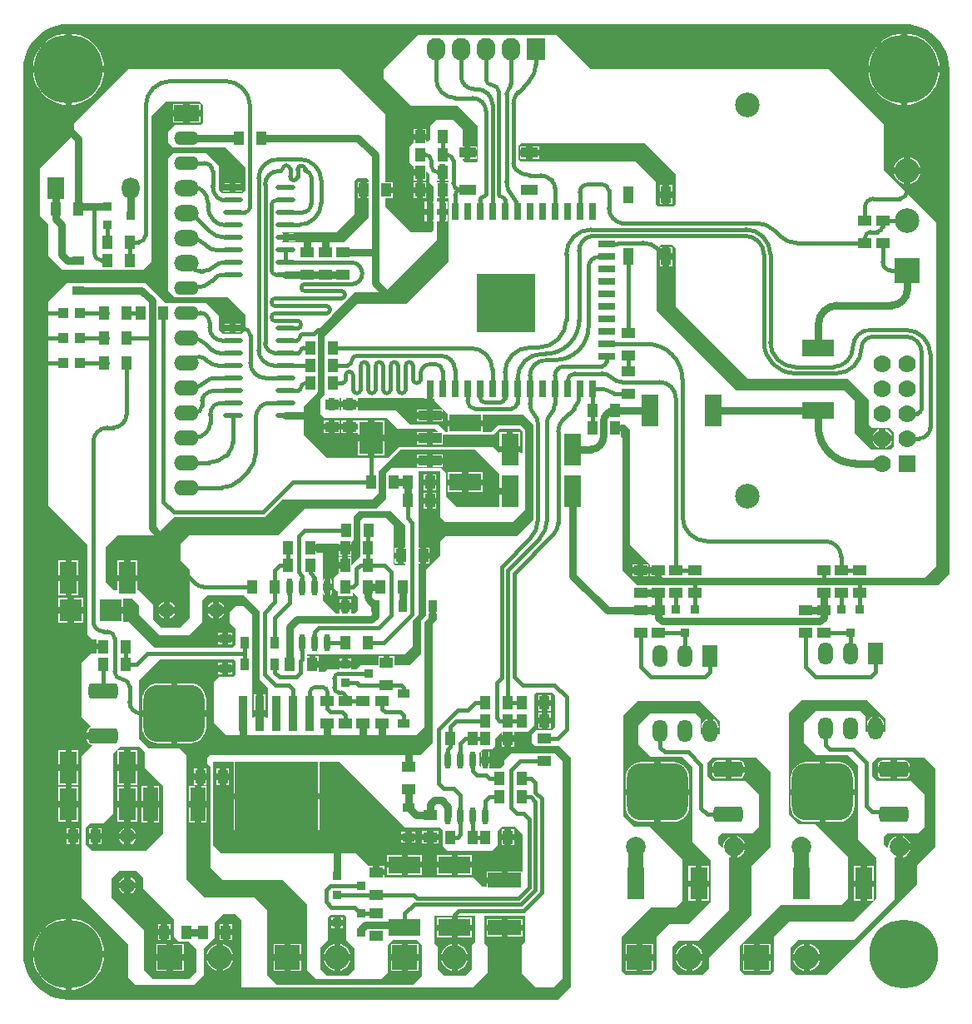
<source format=gbl>
G04*
G04 #@! TF.GenerationSoftware,Altium Limited,Altium Designer,18.0.7 (293)*
G04*
G04 Layer_Physical_Order=2*
G04 Layer_Color=16711680*
%FSLAX25Y25*%
%MOIN*%
G70*
G01*
G75*
%ADD10C,0.01500*%
%ADD11C,0.03000*%
%ADD12R,0.09000X0.09055*%
%ADD13R,0.07087X0.12992*%
%ADD14R,0.05500X0.03937*%
%ADD15R,0.03740X0.03543*%
%ADD16R,0.12992X0.07087*%
%ADD17R,0.13500X0.06000*%
%ADD18R,0.03937X0.05500*%
%ADD19R,0.06000X0.13500*%
%ADD20R,0.04724X0.03543*%
%ADD21R,0.04724X0.03543*%
%ADD22O,0.07874X0.02165*%
%ADD23R,0.09449X0.12992*%
%ADD24R,0.09449X0.03937*%
%ADD25R,0.03937X0.06693*%
%ADD26R,0.06693X0.03937*%
%ADD27R,0.23622X0.23622*%
%ADD28R,0.03150X0.07087*%
%ADD29R,0.07087X0.03150*%
%ADD30R,0.04331X0.03937*%
%ADD31R,0.03543X0.04724*%
%ADD32R,0.03543X0.04724*%
%ADD33O,0.02362X0.07087*%
G04:AMPARAMS|DCode=34|XSize=62.99mil|YSize=118.11mil|CornerRadius=15.75mil|HoleSize=0mil|Usage=FLASHONLY|Rotation=90.000|XOffset=0mil|YOffset=0mil|HoleType=Round|Shape=RoundedRectangle|*
%AMROUNDEDRECTD34*
21,1,0.06299,0.08661,0,0,90.0*
21,1,0.03150,0.11811,0,0,90.0*
1,1,0.03150,0.04331,0.01575*
1,1,0.03150,0.04331,-0.01575*
1,1,0.03150,-0.04331,-0.01575*
1,1,0.03150,-0.04331,0.01575*
%
%ADD34ROUNDEDRECTD34*%
G04:AMPARAMS|DCode=35|XSize=228.35mil|YSize=244.1mil|CornerRadius=57.09mil|HoleSize=0mil|Usage=FLASHONLY|Rotation=90.000|XOffset=0mil|YOffset=0mil|HoleType=Round|Shape=RoundedRectangle|*
%AMROUNDEDRECTD35*
21,1,0.22835,0.12992,0,0,90.0*
21,1,0.11417,0.24410,0,0,90.0*
1,1,0.11417,0.06496,0.05709*
1,1,0.11417,0.06496,-0.05709*
1,1,0.11417,-0.06496,-0.05709*
1,1,0.11417,-0.06496,0.05709*
%
%ADD35ROUNDEDRECTD35*%
%ADD36R,0.03543X0.03740*%
%ADD37R,0.33465X0.27559*%
%ADD38R,0.03543X0.14094*%
%ADD39C,0.06000*%
%ADD40O,0.07087X0.08661*%
%ADD41R,0.07087X0.08661*%
%ADD42O,0.07500X0.09000*%
%ADD43R,0.07500X0.09000*%
%ADD44C,0.27559*%
%ADD45C,0.05000*%
%ADD46C,0.09843*%
%ADD47R,0.09843X0.09843*%
%ADD48O,0.05906X0.09055*%
%ADD49R,0.05906X0.09055*%
%ADD50O,0.10000X0.06000*%
%ADD51O,0.10000X0.05500*%
%ADD52O,0.10000X0.06500*%
%ADD53R,0.10000X0.06500*%
%ADD54C,0.06000*%
%ADD55C,0.07000*%
%ADD56R,0.07000X0.07000*%
%ADD57R,0.09843X0.09843*%
%ADD58C,0.07874*%
G36*
X356703Y392034D02*
X359034Y391570D01*
X361285Y390806D01*
X363418Y389755D01*
X365394Y388434D01*
X367181Y386867D01*
X368749Y385079D01*
X370070Y383103D01*
X371121Y380971D01*
X371885Y378719D01*
X372349Y376388D01*
X372500Y374086D01*
X372486Y374016D01*
X372486Y172045D01*
X367922Y167480D01*
X367619Y167480D01*
Y167480D01*
X362717Y167480D01*
X247372D01*
X241572Y173280D01*
X241572Y226496D01*
X240946Y227121D01*
Y228998D01*
X238478D01*
Y231498D01*
X240946D01*
Y231880D01*
X242305D01*
X244472Y229714D01*
X244472Y183780D01*
X252629Y175623D01*
Y174687D01*
X255879D01*
Y173437D01*
X257129D01*
Y170968D01*
X257283D01*
X257872Y170380D01*
X362717Y170380D01*
X367317Y174980D01*
X367317Y312635D01*
X346144Y333808D01*
X346144Y352016D01*
X324144Y374016D01*
X228836Y374016D01*
X214924Y387904D01*
X159727Y387887D01*
X145856Y374016D01*
Y370253D01*
X156605Y359504D01*
X175518Y359504D01*
X183644Y351378D01*
X183644Y337504D01*
X182944Y336804D01*
X178344D01*
X177544Y337604D01*
Y338150D01*
X178228D01*
Y340618D01*
Y343087D01*
X177544D01*
Y350104D01*
X173944Y353704D01*
X166944Y353704D01*
X164444Y351204D01*
X164444Y346004D01*
X163444Y345004D01*
X162946D01*
Y345667D01*
X158009D01*
Y344769D01*
X156144Y342904D01*
X156144Y336604D01*
X157944Y334804D01*
X158009D01*
Y333994D01*
X160478D01*
Y332744D01*
X161728D01*
Y329494D01*
X162946D01*
Y333202D01*
X164144Y332004D01*
X164144Y328604D01*
X166044Y326704D01*
Y321039D01*
X165728D01*
Y316996D01*
Y312953D01*
X166044D01*
Y309804D01*
X165144Y308904D01*
X156644D01*
X146572Y318976D01*
Y322408D01*
X149413D01*
Y324408D01*
X146944D01*
Y326907D01*
X149413D01*
Y328907D01*
X146572D01*
Y356176D01*
X128732Y374016D01*
X43656Y374016D01*
X21844Y352204D01*
Y348004D01*
X8101Y334261D01*
Y315261D01*
X11557Y311804D01*
Y299290D01*
X17044Y293804D01*
X49644Y293804D01*
X52844Y297004D01*
X52844Y355304D01*
X58744Y361204D01*
X72244Y361204D01*
X73544Y359904D01*
X73544Y352804D01*
X72444Y351704D01*
X62144Y351704D01*
X59544Y349104D01*
Y344604D01*
X61444Y342704D01*
X82544D01*
X90544Y334704D01*
Y325704D01*
X89147Y324307D01*
X81203Y324345D01*
X79844Y325704D01*
X79844Y335404D01*
X74944Y340304D01*
X61644D01*
X59544Y338204D01*
X59544Y285404D01*
X62244Y282704D01*
X83444Y282704D01*
X90544Y275604D01*
X90544Y269748D01*
X88900Y268104D01*
X81644D01*
X79844Y269904D01*
X79844Y275404D01*
X74944Y280304D01*
X58444Y280304D01*
X50344Y288404D01*
X18788Y288404D01*
X11557Y281173D01*
Y199493D01*
X27150Y183900D01*
Y147791D01*
X29337Y145604D01*
X31039D01*
Y144163D01*
X33508D01*
Y141663D01*
X31039D01*
Y140204D01*
X28744D01*
X24850Y136310D01*
X24850Y114850D01*
X28919Y110781D01*
X28367Y110671D01*
X27681Y110212D01*
X27223Y109526D01*
X27062Y108716D01*
Y108392D01*
X33508D01*
Y105892D01*
X27062D01*
Y105567D01*
X27223Y104757D01*
X27681Y104071D01*
X28367Y103612D01*
X29114Y103464D01*
X27150Y101500D01*
X24950Y99200D01*
X24850Y99100D01*
Y42400D01*
X43650Y23600D01*
Y10300D01*
X46550Y7400D01*
X70000Y7400D01*
X73800Y11200D01*
X73800Y21900D01*
X75499Y23599D01*
X78300Y26400D01*
Y32250D01*
X81650Y35600D01*
X86550D01*
X89050Y33100D01*
Y6399D01*
X181731Y6399D01*
X187506Y12173D01*
X187506Y22794D01*
X186110Y24190D01*
X186110Y35200D01*
X202600D01*
X202600Y24596D01*
X201250Y23247D01*
Y12152D01*
X207003Y6399D01*
X213832Y6399D01*
X217432Y9999D01*
X217432Y97199D01*
X214432Y100199D01*
X197032Y100199D01*
X194232Y97399D01*
X194232Y95599D01*
X192606Y93974D01*
X187916Y93991D01*
X188205Y94423D01*
X188335Y95079D01*
Y96191D01*
X186621D01*
X184907D01*
Y95079D01*
X185020Y94511D01*
X184259Y95271D01*
X184259Y100427D01*
X185632Y101799D01*
X189232Y101799D01*
X190632Y103199D01*
Y106099D01*
X193152Y108620D01*
Y107352D01*
X195621D01*
X198090D01*
Y108799D01*
X203732Y108799D01*
X206132Y111199D01*
Y123599D01*
X207049Y124516D01*
X213315D01*
X214432Y123399D01*
X214432Y110599D01*
X213332Y109499D01*
X207032Y109499D01*
X205132Y107599D01*
X205132Y104499D01*
X206536Y103095D01*
X216036Y103095D01*
X220832Y98299D01*
X220832Y6699D01*
X215662Y1529D01*
X212581D01*
X194062Y1529D01*
X194062Y1529D01*
X19685D01*
X19616Y1516D01*
X17313Y1667D01*
X14981Y2130D01*
X12730Y2895D01*
X10598Y3946D01*
X8621Y5267D01*
X6834Y6834D01*
X5266Y8621D01*
X3946Y10598D01*
X2894Y12730D01*
X2130Y14981D01*
X1666Y17313D01*
X1515Y19616D01*
X1529Y19685D01*
X1529D01*
X1529Y19685D01*
X1529Y374016D01*
X1515Y374086D01*
X1666Y376388D01*
X2130Y378719D01*
X2894Y380971D01*
X3946Y383103D01*
X5266Y385079D01*
X6834Y386867D01*
X8621Y388434D01*
X10598Y389755D01*
X12730Y390806D01*
X14981Y391570D01*
X17312Y392034D01*
X19615Y392185D01*
X19685Y392171D01*
X354330Y392171D01*
X354331Y392171D01*
Y392171D01*
X354400Y392185D01*
X356703Y392034D01*
D02*
G37*
G36*
X263017Y331675D02*
X263017Y320175D01*
X261817Y318975D01*
X255937Y318975D01*
X254817Y320096D01*
Y329175D01*
X246917Y337075D01*
X200845Y337075D01*
X199917Y338004D01*
X199917Y343375D01*
X200816Y344275D01*
X250416Y344275D01*
X263017Y331675D01*
D02*
G37*
G36*
X139772Y329780D02*
Y328907D01*
X139194D01*
Y325658D01*
Y322408D01*
X139772D01*
Y314380D01*
X130037Y304646D01*
X105172Y304646D01*
Y305079D01*
X105482D01*
Y306693D01*
Y308307D01*
X105172D01*
Y308680D01*
X126872Y308680D01*
X134072Y315880D01*
Y329465D01*
X135087Y330480D01*
X139072D01*
X139772Y329780D01*
D02*
G37*
G36*
X171805Y335994D02*
X170728D01*
Y332744D01*
Y329494D01*
X171805D01*
Y328907D01*
X170728D01*
Y325658D01*
Y322408D01*
X171805D01*
X171805Y297013D01*
X154788Y279996D01*
X135336Y279996D01*
X122305Y266965D01*
X122305Y243813D01*
X120467Y241976D01*
X120467Y236234D01*
X122305Y234396D01*
X147105D01*
X151505Y229996D01*
X166556Y229996D01*
X167725Y228827D01*
X165728D01*
Y226358D01*
Y223890D01*
X169702D01*
Y227596D01*
X189887D01*
X192472Y230180D01*
X200522Y230180D01*
X201472Y229231D01*
X201472Y220430D01*
X200490D01*
Y220581D01*
X196446D01*
X192403D01*
Y220430D01*
X192213D01*
X189747Y222896D01*
X152105Y222896D01*
X147505Y218296D01*
X123205Y218296D01*
X113905Y227596D01*
Y239113D01*
X119369Y244577D01*
X119374D01*
Y244582D01*
X119405Y244613D01*
X119405Y269618D01*
X125097Y275310D01*
X125269Y275442D01*
X125400Y275613D01*
X131097Y281310D01*
X131269Y281442D01*
X131400Y281613D01*
X134383Y284596D01*
X146105Y284596D01*
X167105Y305596D01*
X167105Y322408D01*
X168228D01*
Y325658D01*
Y328907D01*
X167105D01*
Y329494D01*
X168228D01*
Y332744D01*
Y335994D01*
X167105D01*
Y335996D01*
X171805D01*
Y335994D01*
D02*
G37*
G36*
X165728Y241953D02*
X166280D01*
Y241293D01*
X169691Y237882D01*
X165728D01*
Y236663D01*
X169702D01*
Y237871D01*
X171655Y235918D01*
Y233514D01*
X185647D01*
Y235793D01*
X201903Y235793D01*
X205872Y231825D01*
Y193871D01*
X199100Y187100D01*
X170693Y187100D01*
X168732Y185139D01*
X168732Y179508D01*
X162832Y173607D01*
Y162399D01*
X162807D01*
Y155674D01*
X162812D01*
Y155080D01*
X161032Y153299D01*
X161032Y139999D01*
X156332Y135299D01*
X150258D01*
Y139011D01*
X148258D01*
Y136543D01*
X145758D01*
Y139011D01*
X143758D01*
Y135299D01*
X136635D01*
X135235Y133899D01*
X132842D01*
Y134577D01*
X130472D01*
X128102D01*
Y133899D01*
X123123D01*
X122123Y132899D01*
X119866D01*
Y134577D01*
X117397D01*
Y135827D01*
X116147D01*
Y139077D01*
X115182D01*
Y139699D01*
X154232D01*
X157432Y142899D01*
X157432Y153199D01*
X160032Y155799D01*
X160032Y176017D01*
X160547D01*
Y179267D01*
Y182517D01*
X160032D01*
Y188399D01*
X160032Y213099D01*
X168732D01*
X168732Y194568D01*
X170700Y192600D01*
X197590Y192600D01*
X202500Y197510D01*
X202500Y229796D01*
X200996Y231300D01*
X191700D01*
X189180Y228780D01*
X185647D01*
Y231014D01*
X171655D01*
Y228780D01*
X170693D01*
X170202Y229271D01*
Y229327D01*
X170146D01*
X167677Y231796D01*
X156505Y231796D01*
X150988Y237313D01*
X123705D01*
Y237417D01*
X123858D01*
Y239886D01*
Y242354D01*
X123705D01*
Y242496D01*
X134966Y242496D01*
X135087Y242480D01*
X135180Y242462D01*
X135273Y242480D01*
X135394Y242496D01*
X140966D01*
X141087Y242480D01*
X141180Y242462D01*
X141273Y242480D01*
X141394Y242496D01*
X146966D01*
X147087Y242480D01*
X147180Y242462D01*
X147273Y242480D01*
X147394Y242496D01*
X152966Y242496D01*
X153087Y242480D01*
X153180Y242462D01*
X153273Y242480D01*
X153394Y242496D01*
X162403D01*
Y241953D01*
X163228D01*
Y245996D01*
X165728D01*
Y241953D01*
D02*
G37*
G36*
X262817Y302575D02*
X262817Y279175D01*
X292017Y249975D01*
X331780D01*
X340317Y241439D01*
Y231775D01*
X341516Y230575D01*
X348517Y230575D01*
X350317Y228775D01*
X350317Y223075D01*
X349072Y221831D01*
X341261D01*
X334517Y228575D01*
X334517Y241275D01*
X330416Y245375D01*
X287216D01*
X255316Y277275D01*
X255316Y302075D01*
X256917Y303675D01*
X261717D01*
X262817Y302575D01*
D02*
G37*
G36*
X192403Y211889D02*
Y206400D01*
X196446D01*
Y203900D01*
X192403D01*
Y198775D01*
X175240D01*
X170916Y203099D01*
X170916Y212385D01*
X168788Y214513D01*
X148922D01*
X146805Y212396D01*
X146805Y202132D01*
X142753Y198080D01*
X114172Y198080D01*
X103491Y187400D01*
X68009Y187400D01*
X64704Y184095D01*
X64704Y177195D01*
X54500Y187400D01*
X61780Y194680D01*
X98172D01*
X105272Y201780D01*
X141372Y201780D01*
X143905Y204314D01*
Y213096D01*
X152522Y221713D01*
X182578Y221713D01*
X192403Y211889D01*
D02*
G37*
G36*
X154516Y191431D02*
X154516Y182517D01*
X154047D01*
Y179267D01*
Y176017D01*
X154516D01*
Y175275D01*
X150516D01*
X149805Y175987D01*
X149805Y191487D01*
X147011Y194280D01*
X137722Y194280D01*
X136426Y192985D01*
X136426Y178785D01*
X132940Y175299D01*
Y178644D01*
X131722D01*
Y175394D01*
X130472D01*
Y174144D01*
X128003D01*
Y172412D01*
X125772Y170180D01*
Y166580D01*
X127372Y164980D01*
X127504D01*
Y162982D01*
X133441D01*
Y164811D01*
X135444Y162808D01*
Y157353D01*
X134239Y156148D01*
X126854D01*
X121572Y161430D01*
Y180575D01*
X118884D01*
Y181230D01*
X116416D01*
Y183730D01*
X118884D01*
Y184175D01*
X128003D01*
Y183730D01*
X132940D01*
Y184799D01*
X133872Y185730D01*
X133872Y195030D01*
X135817Y196975D01*
X148973Y196975D01*
X154516Y191431D01*
D02*
G37*
G36*
X54500Y187400D02*
X68200Y173700D01*
X68200Y154300D01*
X64500Y150600D01*
Y150500D01*
X57200D01*
X57000Y150300D01*
X53500Y153800D01*
Y159600D01*
X47600Y165500D01*
X47350D01*
Y169026D01*
X43307D01*
X39264D01*
Y165500D01*
X38000D01*
X34600Y168900D01*
Y182600D01*
X39400Y187400D01*
X54500Y187400D01*
D02*
G37*
G36*
X81728Y163279D02*
X89851D01*
X96232Y156899D01*
X96232Y129799D01*
X99532Y126499D01*
Y114399D01*
X98583D01*
Y114892D01*
X94039D01*
Y114399D01*
X93132D01*
X93132Y155799D01*
X89732Y159199D01*
X86595Y159199D01*
X84100Y156704D01*
Y152500D01*
X86600Y150000D01*
Y143700D01*
X85300Y142400D01*
X54200D01*
X43800Y152800D01*
X41642D01*
Y156230D01*
X36642D01*
Y158730D01*
X41642D01*
Y162200D01*
X45000D01*
X47900Y159300D01*
X47900Y155800D01*
X56400Y147300D01*
X67832D01*
X73200Y152667D01*
X73200Y161100D01*
X75400Y163300D01*
X81708D01*
X81728Y163279D01*
D02*
G37*
G36*
X166828Y156174D02*
X167332D01*
Y153799D01*
X165431Y151899D01*
X165432Y110299D01*
X165432Y104232D01*
X160671Y99471D01*
X147329Y99471D01*
X76571D01*
X75400Y98300D01*
X75400Y96100D01*
X76600Y94900D01*
X76600Y71400D01*
X76600D01*
Y54431D01*
X81574Y49457D01*
X105389D01*
X115232Y39614D01*
Y13299D01*
X118688Y9843D01*
X145003Y9843D01*
X147532Y12371D01*
Y23199D01*
X149626Y25293D01*
X159338D01*
X161328Y23303D01*
X161328Y10995D01*
X157832Y7499D01*
X103132Y7499D01*
X99332Y11299D01*
X99332Y37294D01*
X94327Y42299D01*
X74086D01*
X66929Y49457D01*
X66929Y79724D01*
X66929D01*
X66929Y99471D01*
X64200Y102200D01*
X52000Y102200D01*
X48000Y106200D01*
Y129400D01*
X56400Y137800D01*
X85800Y137800D01*
X86700Y136900D01*
X86700Y131600D01*
X85800Y130700D01*
X79800Y130700D01*
X77900Y128800D01*
X77900Y112400D01*
X82800Y107500D01*
X158884Y107500D01*
X162202Y110818D01*
X162202Y152899D01*
X163832Y154529D01*
Y156174D01*
X164328D01*
Y159037D01*
X166828D01*
Y156174D01*
D02*
G37*
G36*
X346872Y114016D02*
X346872Y108583D01*
X346390D01*
Y108750D01*
X342908D01*
X339425D01*
Y108583D01*
X339007D01*
X339007Y115080D01*
X337007Y117080D01*
X318964Y117080D01*
X314207Y112323D01*
Y104380D01*
X319007Y99580D01*
X331907D01*
X335907Y95580D01*
X335907Y65680D01*
X343107Y58480D01*
X343107Y41880D01*
X342353Y41127D01*
Y46677D01*
X339560D01*
Y40931D01*
X342158D01*
X334007Y32780D01*
X326607Y32780D01*
X308389Y32780D01*
X302205Y26596D01*
X302205Y12996D01*
X300605Y11396D01*
X290542D01*
X288628Y13310D01*
X288628Y22919D01*
X305089Y39380D01*
X329207Y39380D01*
X331907Y42080D01*
Y58581D01*
X318708Y71780D01*
X312307D01*
X308207Y75880D01*
X308207Y116280D01*
X313346Y121419D01*
X339470D01*
X346872Y114016D01*
D02*
G37*
G36*
X272481Y121221D02*
X280670Y113032D01*
X280670Y107599D01*
X280188D01*
Y107766D01*
X276706D01*
X273223D01*
Y107599D01*
X272805D01*
X272805Y114096D01*
X270805Y116096D01*
X252762Y116096D01*
X248005Y111339D01*
Y103396D01*
X252805Y98596D01*
X265705D01*
X269705Y94596D01*
X269705Y64696D01*
X276905Y57496D01*
X276905Y40896D01*
X267805Y31796D01*
X260405Y31796D01*
X255305Y26696D01*
X255305Y13596D01*
X253105Y11396D01*
X242905D01*
X241305Y12996D01*
Y26832D01*
X252869Y38396D01*
X263005D01*
X265705Y41096D01*
Y57597D01*
X252506Y70796D01*
X246105D01*
X242005Y74896D01*
X242005Y115296D01*
X247930Y121221D01*
X272481Y121221D01*
D02*
G37*
G36*
X50300Y100600D02*
Y94400D01*
X57700Y87000D01*
Y68100D01*
X50800Y61200D01*
X29200Y61200D01*
X26700Y63700D01*
X26700Y66200D01*
Y70365D01*
X28435Y72100D01*
X33500D01*
X37600Y76200D01*
X37600Y99967D01*
X40532Y102900D01*
X48000D01*
X50300Y100600D01*
D02*
G37*
G36*
X362603Y98298D02*
X367007Y93894D01*
Y62696D01*
X359507Y55196D01*
X359507Y47698D01*
X323205Y11396D01*
X311257Y11396D01*
X309005Y13648D01*
X309005Y22496D01*
X311905Y25396D01*
X334313Y25396D01*
X350539Y41623D01*
X350539Y58256D01*
X350955Y58533D01*
X351263Y58406D01*
Y62691D01*
Y66975D01*
X350276Y66566D01*
X349349Y65855D01*
X348638Y64928D01*
X348190Y63849D01*
X348038Y62691D01*
X348062Y62511D01*
X347613Y62290D01*
X346272Y63631D01*
X346272Y66896D01*
X347472Y68096D01*
X360007D01*
X362507Y70596D01*
X362507Y83596D01*
X357007Y89096D01*
X343507Y89096D01*
X341607Y90996D01*
X341607Y96265D01*
X343641Y98299D01*
X362603Y98298D01*
D02*
G37*
G36*
X295401Y98299D02*
X300805Y92895D01*
X300805Y62696D01*
X293305Y55196D01*
Y35396D01*
X276151Y18242D01*
Y13942D01*
X273605Y11396D01*
X263905D01*
X261605Y13696D01*
X261605Y22696D01*
X264105Y25196D01*
X272205D01*
X284337Y37328D01*
X284337Y58256D01*
X284753Y58533D01*
X285061Y58406D01*
Y62691D01*
Y66975D01*
X284074Y66566D01*
X283147Y65855D01*
X282436Y64928D01*
X281989Y63849D01*
X281836Y62691D01*
X281860Y62511D01*
X281411Y62290D01*
X280070Y63631D01*
X280070Y66896D01*
X281270Y68096D01*
X293805D01*
X296305Y70596D01*
X296305Y83596D01*
X290805Y89096D01*
X277305Y89096D01*
X275405Y90996D01*
X275405Y96265D01*
X277440Y98299D01*
X295401Y98299D01*
D02*
G37*
G36*
X85772Y96800D02*
Y84242D01*
X120236D01*
Y96800D01*
X128200D01*
X154700Y70300D01*
X168431Y70300D01*
X169432Y69299D01*
Y62999D01*
X171231Y61200D01*
X189332Y61200D01*
X191632Y63499D01*
X191632Y68899D01*
X193332Y70599D01*
X198732D01*
X201432Y67899D01*
X201432Y52815D01*
X195582D01*
Y49315D01*
X194332D01*
Y48065D01*
X187082D01*
Y46799D01*
X185632D01*
X181932Y50499D01*
X146221Y50499D01*
Y51254D01*
X142971D01*
Y52504D01*
X141720D01*
Y54972D01*
X139827D01*
X134800Y60000D01*
X125051D01*
Y59992D01*
X80957D01*
Y60000D01*
X80949D01*
X77700Y63249D01*
X77700Y96800D01*
X85772D01*
D02*
G37*
G36*
X182600Y24596D02*
X181206Y23202D01*
X181206Y13600D01*
X178577Y10971D01*
X170235Y10971D01*
X167506Y13700D01*
X167506Y22794D01*
X166110Y24190D01*
X166110Y35200D01*
X182600D01*
X182600Y24596D01*
D02*
G37*
G36*
X130172Y35500D02*
X131000Y34672D01*
X131000Y25300D01*
X134200Y22100D01*
Y13600D01*
X131571Y10971D01*
X123229Y10971D01*
X120500Y13700D01*
Y22206D01*
X123652Y25358D01*
Y34552D01*
X124600Y35500D01*
X130172Y35500D01*
D02*
G37*
G36*
X49500Y50500D02*
Y46169D01*
X61811Y33858D01*
Y26772D01*
X63977Y24606D01*
X67913D01*
X70866Y21654D01*
Y12795D01*
X67913Y9843D01*
X53543Y9843D01*
X50000Y13386D01*
X50000Y29528D01*
X37000Y42527D01*
Y49984D01*
X40016Y53000D01*
X47000D01*
X49500Y50500D01*
D02*
G37*
%LPC*%
G36*
X355581Y388241D02*
Y375266D01*
X368556D01*
X368478Y376256D01*
X367953Y378442D01*
X367093Y380519D01*
X365919Y382435D01*
X364459Y384144D01*
X362750Y385604D01*
X360834Y386778D01*
X358757Y387638D01*
X356571Y388163D01*
X355581Y388241D01*
D02*
G37*
G36*
X353081D02*
X352090Y388163D01*
X349904Y387638D01*
X347828Y386778D01*
X345912Y385604D01*
X344202Y384144D01*
X342743Y382435D01*
X341568Y380519D01*
X340708Y378442D01*
X340183Y376256D01*
X340105Y375266D01*
X353081D01*
Y388241D01*
D02*
G37*
G36*
X20935D02*
Y375266D01*
X33910D01*
X33832Y376256D01*
X33308Y378442D01*
X32447Y380519D01*
X31273Y382435D01*
X29813Y384144D01*
X28104Y385604D01*
X26188Y386778D01*
X24111Y387638D01*
X21926Y388163D01*
X20935Y388241D01*
D02*
G37*
G36*
X18435D02*
X17444Y388163D01*
X15259Y387638D01*
X13182Y386778D01*
X11266Y385604D01*
X9557Y384144D01*
X8097Y382435D01*
X6922Y380519D01*
X6062Y378442D01*
X5538Y376256D01*
X5460Y375266D01*
X18435D01*
Y388241D01*
D02*
G37*
G36*
X368556Y372766D02*
X355581D01*
Y359790D01*
X356571Y359868D01*
X358757Y360393D01*
X360834Y361253D01*
X362750Y362428D01*
X364459Y363887D01*
X365919Y365597D01*
X367093Y367513D01*
X367953Y369589D01*
X368478Y371775D01*
X368556Y372766D01*
D02*
G37*
G36*
X353081D02*
X340105D01*
X340183Y371775D01*
X340708Y369589D01*
X341568Y367513D01*
X342743Y365597D01*
X344202Y363887D01*
X345912Y362428D01*
X347828Y361253D01*
X349904Y360393D01*
X352090Y359868D01*
X353081Y359790D01*
Y372766D01*
D02*
G37*
G36*
X33910D02*
X20935D01*
Y359790D01*
X21926Y359868D01*
X24111Y360393D01*
X26188Y361253D01*
X28104Y362428D01*
X29813Y363887D01*
X31273Y365597D01*
X32447Y367513D01*
X33308Y369589D01*
X33832Y371775D01*
X33910Y372766D01*
D02*
G37*
G36*
X18435D02*
X5460D01*
X5538Y371775D01*
X6062Y369589D01*
X6922Y367513D01*
X8097Y365597D01*
X9557Y363887D01*
X11266Y362428D01*
X13182Y361253D01*
X15259Y360393D01*
X17444Y359868D01*
X18435Y359790D01*
Y372766D01*
D02*
G37*
G36*
X72429Y360246D02*
X68179D01*
Y357746D01*
X72429D01*
Y360246D01*
D02*
G37*
G36*
X65679D02*
X61429D01*
Y357746D01*
X65679D01*
Y360246D01*
D02*
G37*
G36*
X72429Y355246D02*
X68179D01*
Y352746D01*
X72429D01*
Y355246D01*
D02*
G37*
G36*
X65679D02*
X61429D01*
Y352746D01*
X65679D01*
Y355246D01*
D02*
G37*
G36*
X162946Y350167D02*
X161728D01*
Y348167D01*
X162946D01*
Y350167D01*
D02*
G37*
G36*
X159228D02*
X158009D01*
Y348167D01*
X159228D01*
Y350167D01*
D02*
G37*
G36*
X183324Y343087D02*
X180728D01*
Y341868D01*
X183324D01*
Y343087D01*
D02*
G37*
G36*
Y339368D02*
X180728D01*
Y338150D01*
X183324D01*
Y339368D01*
D02*
G37*
G36*
X356867Y338685D02*
Y334631D01*
X360920D01*
X360898Y334797D01*
X360352Y336115D01*
X359483Y337248D01*
X358351Y338117D01*
X357032Y338663D01*
X356867Y338685D01*
D02*
G37*
G36*
X354366Y338685D02*
X354201Y338663D01*
X352883Y338117D01*
X351750Y337248D01*
X350881Y336115D01*
X350335Y334797D01*
X350313Y334631D01*
X354366D01*
Y338685D01*
D02*
G37*
G36*
X159228Y331494D02*
X158009D01*
Y329494D01*
X159228D01*
Y331494D01*
D02*
G37*
G36*
X354366Y332131D02*
X350313D01*
X350335Y331966D01*
X350881Y330647D01*
X351750Y329515D01*
X352883Y328646D01*
X354201Y328100D01*
X354366Y328078D01*
Y332131D01*
D02*
G37*
G36*
X360920D02*
X356867D01*
Y328078D01*
X357032Y328100D01*
X358351Y328646D01*
X359483Y329515D01*
X360352Y330647D01*
X360898Y331966D01*
X360920Y332131D01*
D02*
G37*
G36*
X88327Y328307D02*
X86722D01*
Y327943D01*
X89305D01*
X88944Y328184D01*
X88327Y328307D01*
D02*
G37*
G36*
X84222D02*
X82618D01*
X82000Y328184D01*
X81640Y327943D01*
X84222D01*
Y328307D01*
D02*
G37*
G36*
X162946Y328907D02*
X161728D01*
Y326907D01*
X162946D01*
Y328907D01*
D02*
G37*
G36*
X159228D02*
X158009D01*
Y326907D01*
X159228D01*
Y328907D01*
D02*
G37*
G36*
X89305Y325443D02*
X86722D01*
Y325079D01*
X88327D01*
X88944Y325202D01*
X89305Y325443D01*
D02*
G37*
G36*
X84222D02*
X81640D01*
X82000Y325202D01*
X82618Y325079D01*
X84222D01*
Y325443D01*
D02*
G37*
G36*
X162946Y324408D02*
X161728D01*
Y322408D01*
X162946D01*
Y324408D01*
D02*
G37*
G36*
X159228D02*
X158009D01*
Y322408D01*
X159228D01*
Y324408D01*
D02*
G37*
G36*
X163228Y321039D02*
X162403D01*
Y318246D01*
X163228D01*
Y321039D01*
D02*
G37*
G36*
Y315746D02*
X162403D01*
Y312953D01*
X163228D01*
Y315746D01*
D02*
G37*
G36*
X88327Y272027D02*
X86722D01*
Y271663D01*
X89305D01*
X88944Y271904D01*
X88327Y272027D01*
D02*
G37*
G36*
X84222D02*
X82618D01*
X82000Y271904D01*
X81640Y271663D01*
X84222D01*
Y272027D01*
D02*
G37*
G36*
X89305Y269163D02*
X86722D01*
Y268800D01*
X88327D01*
X88944Y268922D01*
X89305Y269163D01*
D02*
G37*
G36*
X84222D02*
X81640D01*
X82000Y268922D01*
X82618Y268800D01*
X84222D01*
Y269163D01*
D02*
G37*
G36*
X252042Y175906D02*
X250043D01*
Y174687D01*
X252042D01*
Y175906D01*
D02*
G37*
G36*
X247543D02*
X245542D01*
Y174687D01*
X247543D01*
Y175906D01*
D02*
G37*
G36*
X23728Y177272D02*
X20935D01*
Y171526D01*
X23728D01*
Y177272D01*
D02*
G37*
G36*
X18435D02*
X15642D01*
Y171526D01*
X18435D01*
Y177272D01*
D02*
G37*
G36*
X254629Y172187D02*
X252629D01*
Y170968D01*
X254629D01*
Y172187D01*
D02*
G37*
G36*
X252042Y172187D02*
X250043D01*
Y170968D01*
X252042D01*
Y172187D01*
D02*
G37*
G36*
X247543D02*
X245542D01*
Y170968D01*
X247543D01*
Y172187D01*
D02*
G37*
G36*
X23728Y169026D02*
X20935D01*
Y163279D01*
X23728D01*
Y169026D01*
D02*
G37*
G36*
X18435D02*
X15642D01*
Y163279D01*
X18435D01*
Y169026D01*
D02*
G37*
G36*
X25642Y162508D02*
X21892D01*
Y158730D01*
X25642D01*
Y162508D01*
D02*
G37*
G36*
X19392D02*
X15642D01*
Y158730D01*
X19392D01*
Y162508D01*
D02*
G37*
G36*
X25642Y156230D02*
X21892D01*
Y152453D01*
X25642D01*
Y156230D01*
D02*
G37*
G36*
X19392D02*
X15642D01*
Y152453D01*
X19392D01*
Y156230D01*
D02*
G37*
G36*
X212825Y123526D02*
X211607D01*
Y121526D01*
X212825D01*
Y123526D01*
D02*
G37*
G36*
X209107D02*
X207888D01*
Y121526D01*
X209107D01*
Y123526D01*
D02*
G37*
G36*
X212825Y119026D02*
X211607D01*
Y117026D01*
X212825D01*
Y119026D01*
D02*
G37*
G36*
X209107D02*
X207888D01*
Y117026D01*
X209107D01*
Y119026D01*
D02*
G37*
G36*
X212825Y116439D02*
X211607D01*
Y114439D01*
X212825D01*
Y116439D01*
D02*
G37*
G36*
X209107D02*
X207888D01*
Y114439D01*
X209107D01*
Y116439D01*
D02*
G37*
G36*
X212825Y111939D02*
X211607D01*
Y109939D01*
X212825D01*
Y111939D01*
D02*
G37*
G36*
X209107D02*
X207888D01*
Y109939D01*
X209107D01*
Y111939D01*
D02*
G37*
G36*
X198090Y104852D02*
X196871D01*
Y102852D01*
X198090D01*
Y104852D01*
D02*
G37*
G36*
X194371D02*
X193152D01*
Y102852D01*
X194371D01*
Y104852D01*
D02*
G37*
G36*
X187871Y100958D02*
Y98691D01*
X188335D01*
Y99803D01*
X188205Y100459D01*
X187871Y100958D01*
D02*
G37*
G36*
X185371D02*
X185038Y100459D01*
X184907Y99803D01*
Y98691D01*
X185371D01*
Y100958D01*
D02*
G37*
G36*
X23728Y101484D02*
X20935D01*
Y95738D01*
X23728D01*
Y101484D01*
D02*
G37*
G36*
X18435D02*
X15642D01*
Y95738D01*
X18435D01*
Y101484D01*
D02*
G37*
G36*
X23728Y93238D02*
X20935D01*
Y87492D01*
X23728D01*
Y93238D01*
D02*
G37*
G36*
X18435D02*
X15642D01*
Y87492D01*
X18435D01*
Y93238D01*
D02*
G37*
G36*
X23728Y86721D02*
X20935D01*
Y80974D01*
X23728D01*
Y86721D01*
D02*
G37*
G36*
X18435D02*
X15642D01*
Y80974D01*
X18435D01*
Y86721D01*
D02*
G37*
G36*
X23728Y78474D02*
X20935D01*
Y72728D01*
X23728D01*
Y78474D01*
D02*
G37*
G36*
X18435D02*
X15642D01*
Y72728D01*
X18435D01*
Y78474D01*
D02*
G37*
G36*
X23931Y70179D02*
X22713D01*
Y68179D01*
X23931D01*
Y70179D01*
D02*
G37*
G36*
X20213D02*
X18994D01*
Y68179D01*
X20213D01*
Y70179D01*
D02*
G37*
G36*
X23931Y65679D02*
X22713D01*
Y63679D01*
X23931D01*
Y65679D01*
D02*
G37*
G36*
X20213D02*
X18994D01*
Y63679D01*
X20213D01*
Y65679D01*
D02*
G37*
G36*
X201582Y33815D02*
X195582D01*
Y31565D01*
X201582D01*
Y33815D01*
D02*
G37*
G36*
X193082D02*
X187082D01*
Y31565D01*
X193082D01*
Y33815D01*
D02*
G37*
G36*
X85162Y31793D02*
X83944D01*
Y29793D01*
X85162D01*
Y31793D01*
D02*
G37*
G36*
X81444D02*
X80225D01*
Y29793D01*
X81444D01*
Y31793D01*
D02*
G37*
G36*
X201582Y29065D02*
X195582D01*
Y26815D01*
X201582D01*
Y29065D01*
D02*
G37*
G36*
X193082D02*
X187082D01*
Y26815D01*
X193082D01*
Y29065D01*
D02*
G37*
G36*
X85162Y27293D02*
X83944D01*
Y25293D01*
X85162D01*
Y27293D01*
D02*
G37*
G36*
X81444D02*
X80225D01*
Y25293D01*
X81444D01*
Y27293D01*
D02*
G37*
G36*
X20935Y33910D02*
Y20935D01*
X33910D01*
X33832Y21926D01*
X33308Y24111D01*
X32447Y26188D01*
X31273Y28104D01*
X29813Y29813D01*
X28104Y31273D01*
X26188Y32447D01*
X24111Y33308D01*
X21926Y33832D01*
X20935Y33910D01*
D02*
G37*
G36*
X18435D02*
X17444Y33832D01*
X15259Y33308D01*
X13182Y32447D01*
X11266Y31273D01*
X9557Y29813D01*
X8097Y28104D01*
X6922Y26188D01*
X6062Y24111D01*
X5538Y21926D01*
X5460Y20935D01*
X18435D01*
Y33910D01*
D02*
G37*
G36*
X81569Y23703D02*
Y19649D01*
X85623D01*
X85601Y19814D01*
X85055Y21133D01*
X84186Y22266D01*
X83053Y23135D01*
X81735Y23681D01*
X81569Y23703D01*
D02*
G37*
G36*
X79070D02*
X78904Y23681D01*
X77586Y23135D01*
X76453Y22266D01*
X75584Y21133D01*
X75038Y19814D01*
X75016Y19649D01*
X79070D01*
Y23703D01*
D02*
G37*
G36*
X85623Y17149D02*
X81569D01*
Y13096D01*
X81735Y13117D01*
X83053Y13664D01*
X84186Y14533D01*
X85055Y15665D01*
X85601Y16984D01*
X85623Y17149D01*
D02*
G37*
G36*
X79070D02*
X75016D01*
X75038Y16984D01*
X75584Y15665D01*
X76453Y14533D01*
X77586Y13664D01*
X78904Y13117D01*
X79070Y13096D01*
Y17149D01*
D02*
G37*
G36*
X33910Y18435D02*
X20935D01*
Y5460D01*
X21926Y5538D01*
X24111Y6062D01*
X26188Y6922D01*
X28104Y8097D01*
X29813Y9557D01*
X31273Y11266D01*
X32447Y13182D01*
X33308Y15259D01*
X33832Y17444D01*
X33910Y18435D01*
D02*
G37*
G36*
X18435D02*
X5460D01*
X5538Y17444D01*
X6062Y15259D01*
X6922Y13182D01*
X8097Y11266D01*
X9557Y9557D01*
X11266Y8097D01*
X13182Y6922D01*
X15259Y6062D01*
X17444Y5538D01*
X18435Y5460D01*
Y18435D01*
D02*
G37*
G36*
X208127Y343087D02*
X205531D01*
Y341868D01*
X208127D01*
Y343087D01*
D02*
G37*
G36*
X203031D02*
X200435D01*
Y341868D01*
X203031D01*
Y343087D01*
D02*
G37*
G36*
X208127Y339368D02*
X205531D01*
Y338150D01*
X208127D01*
Y339368D01*
D02*
G37*
G36*
X203031D02*
X200435D01*
Y338150D01*
X203031D01*
Y339368D01*
D02*
G37*
G36*
X261435Y327654D02*
X260216D01*
Y325057D01*
X261435D01*
Y327654D01*
D02*
G37*
G36*
X257716D02*
X256498D01*
Y325057D01*
X257716D01*
Y327654D01*
D02*
G37*
G36*
X261435Y322557D02*
X260216D01*
Y319961D01*
X261435D01*
Y322557D01*
D02*
G37*
G36*
X257716D02*
X256498D01*
Y319961D01*
X257716D01*
Y322557D01*
D02*
G37*
G36*
X136694Y328907D02*
X135476D01*
Y326907D01*
X136694D01*
Y328907D01*
D02*
G37*
G36*
Y324408D02*
X135476D01*
Y322408D01*
X136694D01*
Y324408D01*
D02*
G37*
G36*
X109587Y308307D02*
X107982D01*
Y307943D01*
X110564D01*
X110204Y308184D01*
X109587Y308307D01*
D02*
G37*
G36*
X110564Y305443D02*
X107982D01*
Y305079D01*
X109587D01*
X110204Y305202D01*
X110564Y305443D01*
D02*
G37*
G36*
X171553Y321039D02*
X170728D01*
Y318246D01*
X171553D01*
Y321039D01*
D02*
G37*
G36*
X168228D02*
X167403D01*
Y318246D01*
X168228D01*
Y321039D01*
D02*
G37*
G36*
X171553Y315746D02*
X170728D01*
Y312953D01*
X171553D01*
Y315746D01*
D02*
G37*
G36*
X168228D02*
X167403D01*
Y312953D01*
X168228D01*
Y315746D01*
D02*
G37*
G36*
X128358Y233354D02*
X126358D01*
Y232136D01*
X128358D01*
Y233354D01*
D02*
G37*
G36*
X123858D02*
X121858D01*
Y232136D01*
X123858D01*
Y233354D01*
D02*
G37*
G36*
X135444D02*
X133444D01*
Y232136D01*
X135444D01*
Y233354D01*
D02*
G37*
G36*
X130944D02*
X128944D01*
Y232136D01*
X130944D01*
Y233354D01*
D02*
G37*
G36*
X135444Y229636D02*
X133444D01*
Y228417D01*
X135444D01*
Y229636D01*
D02*
G37*
G36*
X130944D02*
X128944D01*
Y228417D01*
X130944D01*
Y229636D01*
D02*
G37*
G36*
X128358Y229636D02*
X126358D01*
Y228417D01*
X128358D01*
Y229636D01*
D02*
G37*
G36*
X123858D02*
X121858D01*
Y228417D01*
X123858D01*
Y229636D01*
D02*
G37*
G36*
X146080Y233354D02*
X142106D01*
Y227608D01*
X146080D01*
Y233354D01*
D02*
G37*
G36*
X163228Y228827D02*
X159254D01*
Y227608D01*
X163228D01*
Y228827D01*
D02*
G37*
G36*
X139606Y233354D02*
X135631D01*
Y227608D01*
X139606D01*
Y233354D01*
D02*
G37*
G36*
X163228Y225108D02*
X159254D01*
Y223890D01*
X163228D01*
Y225108D01*
D02*
G37*
G36*
X200490Y228827D02*
X197696D01*
Y223081D01*
X200490D01*
Y228827D01*
D02*
G37*
G36*
X195196D02*
X192403D01*
Y223081D01*
X195196D01*
Y228827D01*
D02*
G37*
G36*
X146080Y225108D02*
X142106D01*
Y219362D01*
X146080D01*
Y225108D01*
D02*
G37*
G36*
X139606D02*
X135631D01*
Y219362D01*
X139606D01*
Y225108D01*
D02*
G37*
G36*
X128358Y242354D02*
X126358D01*
Y241136D01*
X128358D01*
Y242354D01*
D02*
G37*
G36*
X135444D02*
X133444D01*
Y241136D01*
X135444D01*
Y242354D01*
D02*
G37*
G36*
X130944D02*
X128944D01*
Y241136D01*
X130944D01*
Y242354D01*
D02*
G37*
G36*
X135444Y238636D02*
X133444D01*
Y237417D01*
X135444D01*
Y238636D01*
D02*
G37*
G36*
X130944D02*
X128944D01*
Y237417D01*
X130944D01*
Y238636D01*
D02*
G37*
G36*
X128358Y238636D02*
X126358D01*
Y237417D01*
X128358D01*
Y238636D01*
D02*
G37*
G36*
X163228Y237882D02*
X159254D01*
Y236663D01*
X163228D01*
Y237882D01*
D02*
G37*
G36*
X169702Y234163D02*
X165728D01*
Y232945D01*
X169702D01*
Y234163D01*
D02*
G37*
G36*
X163228D02*
X159254D01*
Y232945D01*
X163228D01*
Y234163D01*
D02*
G37*
G36*
X166946Y211892D02*
X165728D01*
Y209892D01*
X166946D01*
Y211892D01*
D02*
G37*
G36*
X163228D02*
X162009D01*
Y209892D01*
X163228D01*
Y211892D01*
D02*
G37*
G36*
X166946Y207392D02*
X165728D01*
Y205392D01*
X166946D01*
Y207392D01*
D02*
G37*
G36*
X163228D02*
X162009D01*
Y205392D01*
X163228D01*
Y207392D01*
D02*
G37*
G36*
X166946Y204530D02*
X165728D01*
Y202530D01*
X166946D01*
Y204530D01*
D02*
G37*
G36*
X163228D02*
X162009D01*
Y202530D01*
X163228D01*
Y204530D01*
D02*
G37*
G36*
X166946Y200029D02*
X165728D01*
Y198029D01*
X166946D01*
Y200029D01*
D02*
G37*
G36*
X163228D02*
X162009D01*
Y198029D01*
X163228D01*
Y200029D01*
D02*
G37*
G36*
X164265Y182517D02*
X163047D01*
Y180517D01*
X164265D01*
Y182517D01*
D02*
G37*
G36*
Y178017D02*
X163047D01*
Y176017D01*
X164265D01*
Y178017D01*
D02*
G37*
G36*
X132842Y138098D02*
X131722D01*
Y137077D01*
X132842D01*
Y138098D01*
D02*
G37*
G36*
X129222D02*
X128102D01*
Y137077D01*
X129222D01*
Y138098D01*
D02*
G37*
G36*
X119866Y139077D02*
X118648D01*
Y137077D01*
X119866D01*
Y139077D01*
D02*
G37*
G36*
X261435Y302850D02*
X260216D01*
Y300254D01*
X261435D01*
Y302850D01*
D02*
G37*
G36*
X257716D02*
X256498D01*
Y300254D01*
X257716D01*
Y302850D01*
D02*
G37*
G36*
X261435Y297754D02*
X260216D01*
Y295158D01*
X261435D01*
Y297754D01*
D02*
G37*
G36*
X257716D02*
X256498D01*
Y295158D01*
X257716D01*
Y297754D01*
D02*
G37*
G36*
X346867Y229987D02*
Y227425D01*
X349428D01*
X349111Y228192D01*
X348469Y229028D01*
X347634Y229669D01*
X346867Y229987D01*
D02*
G37*
G36*
X344367Y229987D02*
X343599Y229669D01*
X342764Y229028D01*
X342123Y228192D01*
X341805Y227425D01*
X344367D01*
Y229987D01*
D02*
G37*
G36*
Y224925D02*
X341805D01*
X342123Y224158D01*
X342764Y223322D01*
X343599Y222681D01*
X344367Y222363D01*
Y224925D01*
D02*
G37*
G36*
X349428D02*
X346867D01*
Y222363D01*
X347634Y222681D01*
X348469Y223322D01*
X349111Y224158D01*
X349428Y224925D01*
D02*
G37*
G36*
X169702Y219772D02*
X165728D01*
Y218553D01*
X169702D01*
Y219772D01*
D02*
G37*
G36*
X163228D02*
X159254D01*
Y218553D01*
X163228D01*
Y219772D01*
D02*
G37*
G36*
X169702Y216053D02*
X165728D01*
Y214835D01*
X169702D01*
Y216053D01*
D02*
G37*
G36*
X163228D02*
X159254D01*
Y214835D01*
X163228D01*
Y216053D01*
D02*
G37*
G36*
X185647Y212685D02*
X179901D01*
Y209892D01*
X185647D01*
Y212685D01*
D02*
G37*
G36*
X177401D02*
X171655D01*
Y209892D01*
X177401D01*
Y212685D01*
D02*
G37*
G36*
X185647Y207392D02*
X179901D01*
Y204598D01*
X185647D01*
Y207392D01*
D02*
G37*
G36*
X177401D02*
X171655D01*
Y204598D01*
X177401D01*
Y207392D01*
D02*
G37*
G36*
X151547Y182517D02*
X150328D01*
Y180517D01*
X151547D01*
Y182517D01*
D02*
G37*
G36*
X132940Y181230D02*
X131722D01*
Y179230D01*
X132940D01*
Y181230D01*
D02*
G37*
G36*
X129222D02*
X128003D01*
Y179230D01*
X129222D01*
Y181230D01*
D02*
G37*
G36*
X129222Y178644D02*
X128003D01*
Y176644D01*
X129222D01*
Y178644D01*
D02*
G37*
G36*
X151547Y178017D02*
X150328D01*
Y176017D01*
X151547D01*
Y178017D01*
D02*
G37*
G36*
X124647Y170250D02*
Y167982D01*
X125111D01*
Y169095D01*
X124981Y169750D01*
X124647Y170250D01*
D02*
G37*
G36*
X122148Y170250D02*
X121814Y169750D01*
X121684Y169095D01*
Y167982D01*
X122148D01*
Y170250D01*
D02*
G37*
G36*
Y165482D02*
X121684D01*
Y164370D01*
X121814Y163714D01*
X122148Y163215D01*
Y165482D01*
D02*
G37*
G36*
X125111D02*
X124647D01*
Y163215D01*
X124981Y163714D01*
X125111Y164370D01*
Y165482D01*
D02*
G37*
G36*
X132744Y161899D02*
X131722D01*
Y160286D01*
X132744D01*
Y161899D01*
D02*
G37*
G36*
X129222D02*
X128200D01*
Y160286D01*
X129222D01*
Y161899D01*
D02*
G37*
G36*
X132744Y157787D02*
X131722D01*
Y156174D01*
X132744D01*
Y157787D01*
D02*
G37*
G36*
X129222D02*
X128200D01*
Y156174D01*
X129222D01*
Y157787D01*
D02*
G37*
G36*
X47350Y177272D02*
X44557D01*
Y171526D01*
X47350D01*
Y177272D01*
D02*
G37*
G36*
X42057D02*
X39264D01*
Y171526D01*
X42057D01*
Y177272D01*
D02*
G37*
G36*
X60305Y160751D02*
Y158730D01*
X62326D01*
X62112Y159245D01*
X61551Y159976D01*
X60820Y160538D01*
X60305Y160751D01*
D02*
G37*
G36*
X57805D02*
X57290Y160538D01*
X56559Y159976D01*
X55998Y159245D01*
X55784Y158730D01*
X57805D01*
Y160751D01*
D02*
G37*
G36*
X62326Y156230D02*
X60305D01*
Y154210D01*
X60820Y154423D01*
X61551Y154984D01*
X62112Y155715D01*
X62326Y156230D01*
D02*
G37*
G36*
X57805D02*
X55784D01*
X55998Y155715D01*
X56559Y154984D01*
X57290Y154423D01*
X57805Y154210D01*
Y156230D01*
D02*
G37*
G36*
X79990Y160751D02*
Y158730D01*
X82011D01*
X81797Y159245D01*
X81236Y159976D01*
X80505Y160538D01*
X79990Y160751D01*
D02*
G37*
G36*
X77490Y160751D02*
X76975Y160538D01*
X76244Y159976D01*
X75683Y159245D01*
X75469Y158730D01*
X77490D01*
Y160751D01*
D02*
G37*
G36*
X82011Y156230D02*
X79990D01*
Y154210D01*
X80505Y154423D01*
X81236Y154984D01*
X81797Y155715D01*
X82011Y156230D01*
D02*
G37*
G36*
X77490D02*
X75469D01*
X75683Y155715D01*
X76244Y154984D01*
X76975Y154423D01*
X77490Y154210D01*
Y156230D01*
D02*
G37*
G36*
X85299Y148429D02*
X83687D01*
Y147407D01*
X85299D01*
Y148429D01*
D02*
G37*
G36*
X81187D02*
X79575D01*
Y147407D01*
X81187D01*
Y148429D01*
D02*
G37*
G36*
X85299Y144907D02*
X83687D01*
Y143886D01*
X85299D01*
Y144907D01*
D02*
G37*
G36*
X81187D02*
X79575D01*
Y143886D01*
X81187D01*
Y144907D01*
D02*
G37*
G36*
X98583Y123689D02*
X97561D01*
Y117392D01*
X98583D01*
Y123689D01*
D02*
G37*
G36*
X95061D02*
X94039D01*
Y117392D01*
X95061D01*
Y123689D01*
D02*
G37*
G36*
X85299Y136429D02*
X83687D01*
Y135407D01*
X85299D01*
Y136429D01*
D02*
G37*
G36*
X81187D02*
X79575D01*
Y135407D01*
X81187D01*
Y136429D01*
D02*
G37*
G36*
X85299Y132907D02*
X83687D01*
Y131886D01*
X85299D01*
Y132907D01*
D02*
G37*
G36*
X81187D02*
X79575D01*
Y131886D01*
X81187D01*
Y132907D01*
D02*
G37*
G36*
X68504Y128089D02*
X63258D01*
Y117392D01*
X74743D01*
Y121850D01*
X74623Y123067D01*
X74268Y124238D01*
X73691Y125316D01*
X72915Y126262D01*
X71970Y127038D01*
X70891Y127614D01*
X69721Y127969D01*
X68504Y128089D01*
D02*
G37*
G36*
X60758D02*
X55512D01*
X54295Y127969D01*
X53124Y127614D01*
X52046Y127038D01*
X51100Y126262D01*
X50324Y125316D01*
X49748Y124238D01*
X49393Y123067D01*
X49273Y121850D01*
Y117392D01*
X60758D01*
Y128089D01*
D02*
G37*
G36*
X74743Y114892D02*
X63258D01*
Y104194D01*
X68504D01*
X69721Y104314D01*
X70891Y104669D01*
X71970Y105246D01*
X72915Y106022D01*
X73691Y106967D01*
X74268Y108046D01*
X74623Y109216D01*
X74743Y110433D01*
Y114892D01*
D02*
G37*
G36*
X60758D02*
X49273D01*
Y110433D01*
X49393Y109216D01*
X49748Y108046D01*
X50324Y106967D01*
X51100Y106022D01*
X52046Y105246D01*
X53124Y104669D01*
X54295Y104314D01*
X55512Y104194D01*
X60758D01*
Y114892D01*
D02*
G37*
G36*
X75008Y93992D02*
X73789D01*
Y91992D01*
X75008D01*
Y93992D01*
D02*
G37*
G36*
X71289D02*
X70071D01*
Y91992D01*
X71289D01*
Y93992D01*
D02*
G37*
G36*
X75008Y89492D02*
X73789D01*
Y87492D01*
X75008D01*
Y89492D01*
D02*
G37*
G36*
X71289D02*
X70071D01*
Y87492D01*
X71289D01*
Y89492D01*
D02*
G37*
G36*
X75008Y86974D02*
X72758D01*
Y80974D01*
X75008D01*
Y86974D01*
D02*
G37*
G36*
X70258D02*
X68008D01*
Y80974D01*
X70258D01*
Y86974D01*
D02*
G37*
G36*
X75008Y78474D02*
X72758D01*
Y72474D01*
X75008D01*
Y78474D01*
D02*
G37*
G36*
X70258D02*
X68008D01*
Y72474D01*
X70258D01*
Y78474D01*
D02*
G37*
G36*
X159753Y23821D02*
X155582D01*
Y19649D01*
X159753D01*
Y23821D01*
D02*
G37*
G36*
X153082D02*
X148910D01*
Y19649D01*
X153082D01*
Y23821D01*
D02*
G37*
G36*
X112747D02*
X108576D01*
Y19649D01*
X112747D01*
Y23821D01*
D02*
G37*
G36*
X106076D02*
X101904D01*
Y19649D01*
X106076D01*
Y23821D01*
D02*
G37*
G36*
X159753Y17149D02*
X155582D01*
Y12978D01*
X159753D01*
Y17149D01*
D02*
G37*
G36*
X153082D02*
X148910D01*
Y12978D01*
X153082D01*
Y17149D01*
D02*
G37*
G36*
X112747D02*
X108576D01*
Y12978D01*
X112747D01*
Y17149D01*
D02*
G37*
G36*
X106076D02*
X101904D01*
Y12978D01*
X106076D01*
Y17149D01*
D02*
G37*
G36*
X344158Y114794D02*
Y111250D01*
X346390D01*
Y111575D01*
X346272Y112476D01*
X345924Y113316D01*
X345370Y114037D01*
X344649Y114591D01*
X344158Y114794D01*
D02*
G37*
G36*
X341658D02*
X341166Y114591D01*
X340445Y114037D01*
X339892Y113316D01*
X339544Y112476D01*
X339425Y111575D01*
Y111250D01*
X341658D01*
Y114794D01*
D02*
G37*
G36*
X328209Y96593D02*
X322963D01*
Y85896D01*
X334448D01*
Y90354D01*
X334328Y91571D01*
X333973Y92742D01*
X333396Y93820D01*
X332620Y94766D01*
X331675Y95542D01*
X330596Y96118D01*
X329426Y96473D01*
X328209Y96593D01*
D02*
G37*
G36*
X320463D02*
X315217D01*
X314000Y96473D01*
X312829Y96118D01*
X311751Y95542D01*
X310805Y94766D01*
X310030Y93820D01*
X309453Y92742D01*
X309098Y91571D01*
X308978Y90354D01*
Y85896D01*
X320463D01*
Y96593D01*
D02*
G37*
G36*
X334448Y83396D02*
X322963D01*
Y72698D01*
X328209D01*
X329426Y72818D01*
X330596Y73173D01*
X331675Y73750D01*
X332620Y74526D01*
X333396Y75471D01*
X333973Y76550D01*
X334328Y77720D01*
X334448Y78937D01*
Y83396D01*
D02*
G37*
G36*
X320463D02*
X308978D01*
Y78937D01*
X309098Y77720D01*
X309453Y76550D01*
X310030Y75471D01*
X310805Y74526D01*
X311751Y73750D01*
X312829Y73173D01*
X314000Y72818D01*
X315217Y72698D01*
X320463D01*
Y83396D01*
D02*
G37*
G36*
X342353Y54923D02*
X339560D01*
Y49177D01*
X342353D01*
Y54923D01*
D02*
G37*
G36*
X337060D02*
X334267D01*
Y49177D01*
X337060D01*
Y54923D01*
D02*
G37*
G36*
Y46677D02*
X334267D01*
Y40931D01*
X337060D01*
Y46677D01*
D02*
G37*
G36*
X300771Y23821D02*
X296600D01*
Y19649D01*
X300771D01*
Y23821D01*
D02*
G37*
G36*
X294100D02*
X289929D01*
Y19649D01*
X294100D01*
Y23821D01*
D02*
G37*
G36*
X300771Y17149D02*
X296600D01*
Y12978D01*
X300771D01*
Y17149D01*
D02*
G37*
G36*
X294100D02*
X289929D01*
Y12978D01*
X294100D01*
Y17149D01*
D02*
G37*
G36*
X277956Y113810D02*
Y110266D01*
X280188D01*
Y110591D01*
X280070Y111492D01*
X279722Y112332D01*
X279168Y113053D01*
X278447Y113607D01*
X277956Y113810D01*
D02*
G37*
G36*
X275456Y113810D02*
X274964Y113607D01*
X274243Y113053D01*
X273690Y112332D01*
X273342Y111492D01*
X273223Y110591D01*
Y110266D01*
X275456D01*
Y113810D01*
D02*
G37*
G36*
X262007Y96593D02*
X256761D01*
Y85896D01*
X268246D01*
Y90354D01*
X268126Y91571D01*
X267771Y92742D01*
X267194Y93820D01*
X266418Y94766D01*
X265473Y95542D01*
X264394Y96118D01*
X263224Y96473D01*
X262007Y96593D01*
D02*
G37*
G36*
X254261D02*
X249015D01*
X247798Y96473D01*
X246627Y96118D01*
X245549Y95542D01*
X244603Y94766D01*
X243828Y93820D01*
X243251Y92742D01*
X242896Y91571D01*
X242776Y90354D01*
Y85896D01*
X254261D01*
Y96593D01*
D02*
G37*
G36*
X268246Y83396D02*
X256761D01*
Y72698D01*
X262007D01*
X263224Y72818D01*
X264394Y73173D01*
X265473Y73750D01*
X266418Y74526D01*
X267194Y75471D01*
X267771Y76550D01*
X268126Y77720D01*
X268246Y78937D01*
Y83396D01*
D02*
G37*
G36*
X254261D02*
X242776D01*
Y78937D01*
X242896Y77720D01*
X243251Y76550D01*
X243828Y75471D01*
X244603Y74526D01*
X245549Y73750D01*
X246627Y73173D01*
X247798Y72818D01*
X249015Y72698D01*
X254261D01*
Y83396D01*
D02*
G37*
G36*
X276151Y54923D02*
X273358D01*
Y49177D01*
X276151D01*
Y54923D01*
D02*
G37*
G36*
X270858D02*
X268065D01*
Y49177D01*
X270858D01*
Y54923D01*
D02*
G37*
G36*
X276151Y46677D02*
X273358D01*
Y40931D01*
X276151D01*
Y46677D01*
D02*
G37*
G36*
X270858D02*
X268065D01*
Y40931D01*
X270858D01*
Y46677D01*
D02*
G37*
G36*
X253765Y23821D02*
X249594D01*
Y19649D01*
X253765D01*
Y23821D01*
D02*
G37*
G36*
X247094D02*
X242923D01*
Y19649D01*
X247094D01*
Y23821D01*
D02*
G37*
G36*
X253765Y17149D02*
X249594D01*
Y12978D01*
X253765D01*
Y17149D01*
D02*
G37*
G36*
X247094D02*
X242923D01*
Y12978D01*
X247094D01*
Y17149D01*
D02*
G37*
G36*
X47350Y101484D02*
X44557D01*
Y95738D01*
X47350D01*
Y101484D01*
D02*
G37*
G36*
X42057D02*
X39264D01*
Y95738D01*
X42057D01*
Y101484D01*
D02*
G37*
G36*
X47350Y93238D02*
X44557D01*
Y87492D01*
X47350D01*
Y93238D01*
D02*
G37*
G36*
X42057D02*
X39264D01*
Y87492D01*
X42057D01*
Y93238D01*
D02*
G37*
G36*
X47350Y86721D02*
X44557D01*
Y80974D01*
X47350D01*
Y86721D01*
D02*
G37*
G36*
X56008Y86974D02*
X53758D01*
Y80974D01*
X56008D01*
Y86974D01*
D02*
G37*
G36*
X51258D02*
X49008D01*
Y80974D01*
X51258D01*
Y86974D01*
D02*
G37*
G36*
X42057Y86721D02*
X39264D01*
Y80974D01*
X42057D01*
Y86721D01*
D02*
G37*
G36*
X47350Y78474D02*
X44557D01*
Y72728D01*
X47350D01*
Y78474D01*
D02*
G37*
G36*
X42057D02*
X39264D01*
Y72728D01*
X42057D01*
Y78474D01*
D02*
G37*
G36*
X56008D02*
X53758D01*
Y72474D01*
X56008D01*
Y78474D01*
D02*
G37*
G36*
X51258D02*
X49008D01*
Y72474D01*
X51258D01*
Y78474D01*
D02*
G37*
G36*
X44557Y70200D02*
Y68179D01*
X46578D01*
X46364Y68694D01*
X45803Y69425D01*
X45072Y69986D01*
X44557Y70200D01*
D02*
G37*
G36*
X32931Y70179D02*
X31713D01*
Y68179D01*
X32931D01*
Y70179D01*
D02*
G37*
G36*
X29213D02*
X27994D01*
Y68179D01*
X29213D01*
Y70179D01*
D02*
G37*
G36*
X42057Y70200D02*
X41542Y69986D01*
X40811Y69425D01*
X40250Y68694D01*
X40036Y68179D01*
X42057D01*
Y70200D01*
D02*
G37*
G36*
X32931Y65679D02*
X31713D01*
Y63679D01*
X32931D01*
Y65679D01*
D02*
G37*
G36*
X29213D02*
X27994D01*
Y63679D01*
X29213D01*
Y65679D01*
D02*
G37*
G36*
X46578D02*
X44557D01*
Y63658D01*
X45072Y63872D01*
X45803Y64433D01*
X46364Y65164D01*
X46578Y65679D01*
D02*
G37*
G36*
X42057D02*
X40036D01*
X40250Y65164D01*
X40811Y64433D01*
X41542Y63872D01*
X42057Y63658D01*
Y65679D01*
D02*
G37*
G36*
X354544Y97336D02*
X351463D01*
Y94896D01*
X356659D01*
Y95221D01*
X356498Y96030D01*
X356040Y96716D01*
X355353Y97175D01*
X354544Y97336D01*
D02*
G37*
G36*
X348963D02*
X345882D01*
X345073Y97175D01*
X344386Y96716D01*
X343928Y96030D01*
X343767Y95221D01*
Y94896D01*
X348963D01*
Y97336D01*
D02*
G37*
G36*
X356659Y92396D02*
X351463D01*
Y89955D01*
X354544D01*
X355353Y90116D01*
X356040Y90575D01*
X356498Y91261D01*
X356659Y92071D01*
Y92396D01*
D02*
G37*
G36*
X348963D02*
X343767D01*
Y92071D01*
X343928Y91261D01*
X344386Y90575D01*
X345073Y90116D01*
X345882Y89955D01*
X348963D01*
Y92396D01*
D02*
G37*
G36*
X353763Y66975D02*
Y63941D01*
X356798D01*
X356389Y64928D01*
X355678Y65855D01*
X354751Y66566D01*
X353763Y66975D01*
D02*
G37*
G36*
X356798Y61440D02*
X353763D01*
Y58406D01*
X354751Y58815D01*
X355678Y59526D01*
X356389Y60453D01*
X356798Y61440D01*
D02*
G37*
G36*
X316600Y23703D02*
Y19649D01*
X320653D01*
X320632Y19814D01*
X320085Y21133D01*
X319216Y22266D01*
X318084Y23135D01*
X316765Y23681D01*
X316600Y23703D01*
D02*
G37*
G36*
X314100D02*
X313935Y23681D01*
X312616Y23135D01*
X311483Y22266D01*
X310614Y21133D01*
X310068Y19814D01*
X310047Y19649D01*
X314100D01*
Y23703D01*
D02*
G37*
G36*
X320653Y17149D02*
X316600D01*
Y13096D01*
X316765Y13117D01*
X318084Y13664D01*
X319216Y14533D01*
X320085Y15665D01*
X320632Y16984D01*
X320653Y17149D01*
D02*
G37*
G36*
X314100D02*
X310047D01*
X310068Y16984D01*
X310614Y15665D01*
X311483Y14533D01*
X312616Y13664D01*
X313935Y13117D01*
X314100Y13096D01*
Y17149D01*
D02*
G37*
G36*
X288342Y97336D02*
X285261D01*
Y94896D01*
X290457D01*
Y95221D01*
X290296Y96030D01*
X289838Y96716D01*
X289151Y97175D01*
X288342Y97336D01*
D02*
G37*
G36*
X282761D02*
X279680D01*
X278871Y97175D01*
X278184Y96716D01*
X277726Y96030D01*
X277565Y95221D01*
Y94896D01*
X282761D01*
Y97336D01*
D02*
G37*
G36*
X290457Y92396D02*
X285261D01*
Y89955D01*
X288342D01*
X289151Y90116D01*
X289838Y90575D01*
X290296Y91261D01*
X290457Y92071D01*
Y92396D01*
D02*
G37*
G36*
X282761D02*
X277565D01*
Y92071D01*
X277726Y91261D01*
X278184Y90575D01*
X278871Y90116D01*
X279680Y89955D01*
X282761D01*
Y92396D01*
D02*
G37*
G36*
X287561Y66975D02*
Y63941D01*
X290596D01*
X290187Y64928D01*
X289476Y65855D01*
X288549Y66566D01*
X287561Y66975D01*
D02*
G37*
G36*
X290596Y61440D02*
X287561D01*
Y58406D01*
X288549Y58815D01*
X289476Y59526D01*
X290187Y60453D01*
X290596Y61440D01*
D02*
G37*
G36*
X269594Y23703D02*
Y19649D01*
X273647D01*
X273626Y19814D01*
X273079Y21133D01*
X272210Y22266D01*
X271078Y23135D01*
X269759Y23681D01*
X269594Y23703D01*
D02*
G37*
G36*
X267094D02*
X266929Y23681D01*
X265610Y23135D01*
X264477Y22266D01*
X263608Y21133D01*
X263062Y19814D01*
X263040Y19649D01*
X267094D01*
Y23703D01*
D02*
G37*
G36*
X273647Y17149D02*
X269594D01*
Y13096D01*
X269759Y13117D01*
X271078Y13664D01*
X272210Y14533D01*
X273079Y15665D01*
X273626Y16984D01*
X273647Y17149D01*
D02*
G37*
G36*
X267094D02*
X263040D01*
X263062Y16984D01*
X263608Y15665D01*
X264477Y14533D01*
X265610Y13664D01*
X266929Y13117D01*
X267094Y13096D01*
Y17149D01*
D02*
G37*
G36*
X84008Y93992D02*
X82789D01*
Y91992D01*
X84008D01*
Y93992D01*
D02*
G37*
G36*
X80289D02*
X79071D01*
Y91992D01*
X80289D01*
Y93992D01*
D02*
G37*
G36*
X84008Y89492D02*
X82789D01*
Y87492D01*
X84008D01*
Y89492D01*
D02*
G37*
G36*
X80289D02*
X79071D01*
Y87492D01*
X80289D01*
Y89492D01*
D02*
G37*
G36*
X120236Y81742D02*
X104254D01*
Y69392D01*
X120236D01*
Y81742D01*
D02*
G37*
G36*
X101754D02*
X85772D01*
Y69392D01*
X101754D01*
Y81742D01*
D02*
G37*
G36*
X158735Y68807D02*
X157123D01*
Y67786D01*
X158735D01*
Y68807D01*
D02*
G37*
G36*
X154623D02*
X153011D01*
Y67786D01*
X154623D01*
Y68807D01*
D02*
G37*
G36*
X198090Y69785D02*
X196871D01*
Y67786D01*
X198090D01*
Y69785D01*
D02*
G37*
G36*
X194371D02*
X193152D01*
Y67786D01*
X194371D01*
Y69785D01*
D02*
G37*
G36*
X167784Y69004D02*
X165784D01*
Y67785D01*
X167784D01*
Y69004D01*
D02*
G37*
G36*
X163284D02*
X161284D01*
Y67785D01*
X163284D01*
Y69004D01*
D02*
G37*
G36*
X158735Y65285D02*
X157123D01*
Y64264D01*
X158735D01*
Y65285D01*
D02*
G37*
G36*
X154623D02*
X153011D01*
Y64264D01*
X154623D01*
Y65285D01*
D02*
G37*
G36*
X167784Y65285D02*
X165784D01*
Y64067D01*
X167784D01*
Y65285D01*
D02*
G37*
G36*
X163284D02*
X161284D01*
Y64067D01*
X163284D01*
Y65285D01*
D02*
G37*
G36*
X198090Y65285D02*
X196871D01*
Y63285D01*
X198090D01*
Y65285D01*
D02*
G37*
G36*
X194371D02*
X193152D01*
Y63285D01*
X194371D01*
Y65285D01*
D02*
G37*
G36*
X181328Y59555D02*
X175582D01*
Y56762D01*
X181328D01*
Y59555D01*
D02*
G37*
G36*
X161328D02*
X155582D01*
Y56762D01*
X161328D01*
Y59555D01*
D02*
G37*
G36*
X173082D02*
X167336D01*
Y56762D01*
X173082D01*
Y59555D01*
D02*
G37*
G36*
X153082D02*
X147336D01*
Y56762D01*
X153082D01*
Y59555D01*
D02*
G37*
G36*
X146221Y54972D02*
X144220D01*
Y53754D01*
X146221D01*
Y54972D01*
D02*
G37*
G36*
X181328Y54262D02*
X175582D01*
Y51468D01*
X181328D01*
Y54262D01*
D02*
G37*
G36*
X173082D02*
X167336D01*
Y51468D01*
X173082D01*
Y54262D01*
D02*
G37*
G36*
X161328D02*
X155582D01*
Y51468D01*
X161328D01*
Y54262D01*
D02*
G37*
G36*
X153082D02*
X147336D01*
Y51468D01*
X153082D01*
Y54262D01*
D02*
G37*
G36*
X193082Y52815D02*
X187082D01*
Y50565D01*
X193082D01*
Y52815D01*
D02*
G37*
G36*
X181328Y34358D02*
X175582D01*
Y31565D01*
X181328D01*
Y34358D01*
D02*
G37*
G36*
X173082D02*
X167336D01*
Y31565D01*
X173082D01*
Y34358D01*
D02*
G37*
G36*
X181328Y29065D02*
X175582D01*
Y26272D01*
X181328D01*
Y29065D01*
D02*
G37*
G36*
X173082D02*
X167336D01*
Y26272D01*
X173082D01*
Y29065D01*
D02*
G37*
G36*
X175582Y23703D02*
Y19649D01*
X179635D01*
X179613Y19814D01*
X179067Y21133D01*
X178198Y22266D01*
X177066Y23135D01*
X175747Y23681D01*
X175582Y23703D01*
D02*
G37*
G36*
X173082D02*
X172916Y23681D01*
X171598Y23135D01*
X170465Y22266D01*
X169596Y21133D01*
X169050Y19814D01*
X169028Y19649D01*
X173082D01*
Y23703D01*
D02*
G37*
G36*
X179635Y17149D02*
X175582D01*
Y13096D01*
X175747Y13117D01*
X177066Y13664D01*
X178198Y14533D01*
X179067Y15665D01*
X179613Y16984D01*
X179635Y17149D01*
D02*
G37*
G36*
X173082D02*
X169028D01*
X169050Y16984D01*
X169596Y15665D01*
X170465Y14533D01*
X171598Y13664D01*
X172916Y13117D01*
X173082Y13096D01*
Y17149D01*
D02*
G37*
G36*
X129696Y34555D02*
X128576D01*
Y33533D01*
X129696D01*
Y34555D01*
D02*
G37*
G36*
X126076D02*
X124955D01*
Y33533D01*
X126076D01*
Y34555D01*
D02*
G37*
G36*
X129696Y31034D02*
X128576D01*
Y30012D01*
X129696D01*
Y31034D01*
D02*
G37*
G36*
X126076D02*
X124955D01*
Y30012D01*
X126076D01*
Y31034D01*
D02*
G37*
G36*
X128576Y23703D02*
Y19649D01*
X132629D01*
X132607Y19814D01*
X132061Y21133D01*
X131192Y22266D01*
X130060Y23135D01*
X128741Y23681D01*
X128576Y23703D01*
D02*
G37*
G36*
X126076D02*
X125910Y23681D01*
X124592Y23135D01*
X123459Y22266D01*
X122590Y21133D01*
X122044Y19814D01*
X122022Y19649D01*
X126076D01*
Y23703D01*
D02*
G37*
G36*
X132629Y17149D02*
X128576D01*
Y13096D01*
X128741Y13117D01*
X130060Y13664D01*
X131192Y14533D01*
X132061Y15665D01*
X132607Y16984D01*
X132629Y17149D01*
D02*
G37*
G36*
X126076D02*
X122022D01*
X122044Y16984D01*
X122590Y15665D01*
X123459Y14533D01*
X124592Y13664D01*
X125910Y13117D01*
X126076Y13096D01*
Y17149D01*
D02*
G37*
G36*
X44557Y50515D02*
Y48494D01*
X46578D01*
X46364Y49009D01*
X45803Y49740D01*
X45072Y50301D01*
X44557Y50515D01*
D02*
G37*
G36*
X42057D02*
X41542Y50301D01*
X40811Y49740D01*
X40250Y49009D01*
X40036Y48494D01*
X42057D01*
Y50515D01*
D02*
G37*
G36*
X46578Y45994D02*
X44557D01*
Y43973D01*
X45072Y44187D01*
X45803Y44748D01*
X46364Y45479D01*
X46578Y45994D01*
D02*
G37*
G36*
X42057D02*
X40036D01*
X40250Y45479D01*
X40811Y44748D01*
X41542Y44187D01*
X42057Y43973D01*
Y45994D01*
D02*
G37*
G36*
X60414Y31793D02*
X59196D01*
Y29793D01*
X60414D01*
Y31793D01*
D02*
G37*
G36*
X56696D02*
X55477D01*
Y29793D01*
X56696D01*
Y31793D01*
D02*
G37*
G36*
X60414Y27293D02*
X59196D01*
Y25293D01*
X60414D01*
Y27293D01*
D02*
G37*
G36*
X56696D02*
X55477D01*
Y25293D01*
X56696D01*
Y27293D01*
D02*
G37*
G36*
X65741Y23821D02*
X61569D01*
Y19649D01*
X65741D01*
Y23821D01*
D02*
G37*
G36*
X59070D02*
X54898D01*
Y19649D01*
X59070D01*
Y23821D01*
D02*
G37*
G36*
X65741Y17149D02*
X61569D01*
Y12978D01*
X65741D01*
Y17149D01*
D02*
G37*
G36*
X59070D02*
X54898D01*
Y12978D01*
X59070D01*
Y17149D01*
D02*
G37*
%LPD*%
D10*
X340780Y269693D02*
G03*
X333880Y262793I0J-6900D01*
G01*
X364880Y259750D02*
G03*
X354937Y269693I-9943J0D01*
G01*
X300829Y299878D02*
G03*
X290829Y309878I-10000J0D01*
G01*
X360351Y226175D02*
G03*
X364880Y230704I0J4529D01*
G01*
X325880Y254793D02*
G03*
X333880Y262793I0J8000D01*
G01*
X300780Y264793D02*
G03*
X310780Y254793I10000J0D01*
G01*
X229080Y309878D02*
G03*
X219080Y299878I0J-10000D01*
G01*
X207822Y262593D02*
G03*
X219080Y273851I0J11258D01*
G01*
X204478Y262593D02*
G03*
X194478Y252593I0J-10000D01*
G01*
X192580Y240593D02*
G03*
X194478Y242491I0J1898D01*
G01*
X184478Y242689D02*
G03*
X186574Y240593I2096J0D01*
G01*
X204727Y186358D02*
G03*
X207656Y193430I-7071J7071D01*
G01*
Y232462D02*
G03*
X206356Y235600I-4439J0D01*
G01*
X204478Y240134D02*
G03*
X206356Y235600I6412J0D01*
G01*
X232253Y299004D02*
G03*
X227980Y294731I0J-4273D01*
G01*
X214530Y257593D02*
G03*
X227980Y271043I0J13450D01*
G01*
X210865Y257593D02*
G03*
X204478Y251206I0J-6387D01*
G01*
X233241Y255093D02*
G03*
X235344Y257196I0J2103D01*
G01*
X218353Y255093D02*
G03*
X214478Y251218I0J-3875D01*
G01*
X212600Y235600D02*
G03*
X214478Y240134I-4534J4534D01*
G01*
X212600Y235600D02*
G03*
X211300Y232462I3139J-3139D01*
G01*
X208371Y186180D02*
G03*
X211300Y193251I-7071J7071D01*
G01*
X214048Y188056D02*
G03*
X215800Y192290I-4237J4233D01*
G01*
X214046Y188054D02*
G03*
X214048Y188056I-4235J4235D01*
G01*
X217936Y234036D02*
G03*
X215800Y228879I5157J-5157D01*
G01*
X222090Y238190D02*
G03*
X224478Y243955I-5765J5765D01*
G01*
X304590Y307310D02*
G03*
X311661Y304381I7071J7071D01*
G01*
X302451Y309449D02*
G03*
X295380Y312378I-7071J-7071D01*
G01*
X236100Y318500D02*
G03*
X241321Y312378I6200J0D01*
G01*
X343419Y308881D02*
G03*
X345774Y311236I0J2355D01*
G01*
X341034Y308881D02*
G03*
X338687Y306535I0J-2347D01*
G01*
X236100Y325300D02*
G03*
X233400Y328000I-2700J0D01*
G01*
X227800D02*
G03*
X224478Y324678I0J-3322D01*
G01*
X352542Y322175D02*
G03*
X355616Y325250I0J3075D01*
G01*
X342116Y322175D02*
G03*
X338687Y318746I0J-3429D01*
G01*
X92472Y267380D02*
G03*
X89439Y270413I-3033J0D01*
G01*
X29944Y300404D02*
G03*
X32789Y297559I2845J0D01*
G01*
X92472Y256540D02*
G03*
X98598Y250413I6127J0D01*
G01*
X256148Y301822D02*
G03*
X249493Y304578I-6655J-6655D01*
G01*
X265572Y249735D02*
G03*
X251302Y264004I-14269J0D01*
G01*
X262966Y242193D02*
G03*
X256383Y248775I-6582J0D01*
G01*
X222580Y252193D02*
G03*
X219478Y249091I0J-3102D01*
G01*
X237216Y250575D02*
G03*
X241562Y248775I4346J4346D01*
G01*
X237216Y250575D02*
G03*
X233311Y252193I-3906J-3906D01*
G01*
X236017Y245175D02*
G03*
X238327Y244218I2310J2310D01*
G01*
X236017Y245175D02*
G03*
X234035Y245996I-1982J-1982D01*
G01*
X345774Y296909D02*
G03*
X349301Y293381I3527J0D01*
G01*
X164978Y337473D02*
G03*
X162620Y339831I-2358J0D01*
G01*
X164978Y335406D02*
G03*
X167640Y332744I2662J0D01*
G01*
X103117Y321693D02*
G03*
X100905Y319481I0J-2212D01*
G01*
Y293696D02*
G03*
X102908Y291693I2003J0D01*
G01*
X113644Y268104D02*
G03*
X112344Y266804I0J-1300D01*
G01*
X110953Y265413D02*
G03*
X112344Y266804I0J1391D01*
G01*
X37480Y230496D02*
G03*
X42925Y235941I0J5445D01*
G01*
X35312Y230496D02*
G03*
X29544Y224728I0J-5768D01*
G01*
X341980Y266993D02*
G03*
X337280Y262293I0J-4700D01*
G01*
X298280Y299693D02*
G03*
X290644Y307329I-7636J0D01*
G01*
X361380Y260696D02*
G03*
X355083Y266993I-6297J0D01*
G01*
X230216Y307329D02*
G03*
X228868Y307176I0J-6036D01*
G01*
X359451Y236175D02*
G03*
X361380Y238104I0J1929D01*
G01*
X327280Y252293D02*
G03*
X337280Y262293I0J10000D01*
G01*
X298280Y264700D02*
G03*
X310687Y252293I12406J0D01*
G01*
X228868Y307176D02*
G03*
X224180Y301293I1348J-5883D01*
G01*
X210730Y260093D02*
G03*
X224180Y273543I0J13450D01*
G01*
X209478Y260093D02*
G03*
X199478Y250093I0J-10000D01*
G01*
X196957Y238044D02*
G03*
X199478Y240564I0J2520D01*
G01*
X179478Y241185D02*
G03*
X182619Y238044I3141J0D01*
G01*
X203979Y369039D02*
G03*
X206908Y376110I-7071J7071D01*
G01*
X199744Y364804D02*
G03*
X197844Y360217I4587J-4587D01*
G01*
X195944Y366004D02*
G03*
X196908Y368330I-2326J2326D01*
G01*
X195944Y366004D02*
G03*
X195144Y364073I1931J-1931D01*
G01*
X214478Y326384D02*
G03*
X213144Y329604I-4554J0D01*
G01*
X213083Y329665D02*
G03*
X208644Y331504I-4439J-4439D01*
G01*
X198844Y333904D02*
G03*
X204638Y331504I5794J5794D01*
G01*
X197844Y336318D02*
G03*
X198844Y333904I3414J0D01*
G01*
X199478Y318577D02*
G03*
X197644Y323004I-6261J0D01*
G01*
X195144Y329040D02*
G03*
X197644Y323004I8535J0D01*
G01*
X166908Y370240D02*
G03*
X174644Y362504I7736J0D01*
G01*
X186944Y357004D02*
G03*
X181444Y362504I-5500J0D01*
G01*
X189444Y359904D02*
G03*
X183244Y366104I-6200J0D01*
G01*
X176908Y371315D02*
G03*
X182118Y366104I5211J0D01*
G01*
X192012Y364936D02*
G03*
X189244Y367704I-2768J0D01*
G01*
X186908Y370040D02*
G03*
X189244Y367704I2336J0D01*
G01*
X194478Y321638D02*
G03*
X193212Y322904I-1266J0D01*
G01*
X192012Y324104D02*
G03*
X193212Y322904I1200J0D01*
G01*
X185744D02*
G03*
X186944Y324104I0J1200D01*
G01*
X185744Y322904D02*
G03*
X184478Y321638I0J-1266D01*
G01*
X173780Y328469D02*
G03*
X176592Y325658I2812J0D01*
G01*
D02*
G03*
X174478Y323543I0J-2114D01*
G01*
X173780Y337293D02*
G03*
X171242Y339831I-2538J0D01*
G01*
X92380Y359293D02*
G03*
X82380Y369293I-10000J0D01*
G01*
X90180Y316693D02*
G03*
X92380Y318893I0J2200D01*
G01*
X60580Y369293D02*
G03*
X50580Y359293I0J-10000D01*
G01*
X47433Y304646D02*
G03*
X50580Y307793I0J3147D01*
G01*
X98626Y263009D02*
G03*
X102293Y260413I3667J1292D01*
G01*
X98405Y264301D02*
G03*
X98626Y263009I3888J0D01*
G01*
X103517Y338013D02*
G03*
X95805Y330301I0J-7712D01*
G01*
Y261655D02*
G03*
X102047Y255413I6242J0D01*
G01*
X135004Y259293D02*
G03*
X133280Y257569I0J-1724D01*
G01*
X131125Y255413D02*
G03*
X133280Y257569I0J2156D01*
G01*
X120905Y329378D02*
G03*
X112269Y338013I-8636J0D01*
G01*
X174478Y253695D02*
G03*
X168880Y259293I-5598J0D01*
G01*
X111933Y311693D02*
G03*
X120905Y320665I0J8972D01*
G01*
X133790Y296593D02*
G03*
X132846Y296693I-943J-4400D01*
G01*
X133128Y287974D02*
G03*
X137346Y292193I0J4219D01*
G01*
X114287Y287974D02*
G03*
X112905Y286593I0J-1381D01*
G01*
X111559Y270413D02*
G03*
X112905Y271760I0J1346D01*
G01*
X137346Y292193D02*
G03*
X133790Y296593I-4500J0D01*
G01*
X169478Y253141D02*
G03*
X166605Y256013I-2873J0D01*
G01*
X164701D02*
G03*
X160680Y251993I0J-4021D01*
G01*
X159180Y248327D02*
G03*
X160680Y249827I0J1500D01*
G01*
X114519Y248327D02*
G03*
X112805Y246613I0J-1713D01*
G01*
X111605Y245413D02*
G03*
X112805Y246613I0J1200D01*
G01*
X125405Y262500D02*
G03*
X125512Y262393I107J0D01*
G01*
X189478Y253695D02*
G03*
X180780Y262393I-8698J0D01*
G01*
X116905Y330913D02*
G03*
X114505Y333313I-2400J0D01*
G01*
X113305Y316693D02*
G03*
X116905Y320293I0J3600D01*
G01*
X113792Y262500D02*
G03*
X112705Y261413I0J-1087D01*
G01*
X103905Y333313D02*
G03*
X98405Y327813I0J-5500D01*
G01*
X111705Y260413D02*
G03*
X112705Y261413I0J1000D01*
G01*
X100168Y240413D02*
G03*
X96505Y238896I0J-5180D01*
G01*
D02*
G03*
X94605Y234309I4587J-4587D01*
G01*
X91676Y213067D02*
G03*
X94605Y220138I-7071J7071D01*
G01*
X80963Y206496D02*
G03*
X88034Y209425I0J10000D01*
G01*
X75763Y216496D02*
G03*
X82834Y219425I0J10000D01*
G01*
X83605Y220196D02*
G03*
X85472Y224704I-4508J4508D01*
G01*
X78005Y239496D02*
G03*
X76405Y235633I3863J-3863D01*
G01*
X74805Y228496D02*
G03*
X76405Y232359I-3863J3863D01*
G01*
X69977Y226496D02*
G03*
X74805Y228496I0J6828D01*
G01*
X80220Y240413D02*
G03*
X78005Y239496I0J-3132D01*
G01*
X78492Y245413D02*
G03*
X74105Y243596I0J-6205D01*
G01*
D02*
G03*
X73135Y241255I2341J-2341D01*
G01*
X70636Y236496D02*
G03*
X72205Y237146I0J2219D01*
G01*
D02*
G03*
X73135Y239392I-2246J2246D01*
G01*
X78268Y250413D02*
G03*
X74605Y248896I0J-5180D01*
G01*
X68811Y246496D02*
G03*
X74605Y248896I0J8194D01*
G01*
X75405Y257174D02*
G03*
X79655Y255413I4250J4250D01*
G01*
X75010Y257569D02*
G03*
X71805Y258896I-3205J-3206D01*
G01*
D02*
G03*
X67578Y257145I0J-5978D01*
G01*
X77005Y261796D02*
G03*
X80343Y260413I3338J3338D01*
G01*
X75234Y263567D02*
G03*
X68163Y266496I-7071J-7071D01*
G01*
X76205Y270517D02*
G03*
X77705Y266896I5121J0D01*
G01*
D02*
G03*
X81285Y265413I3579J3579D01*
G01*
X74905Y275496D02*
G03*
X72491Y276496I-2414J-2414D01*
G01*
X76205Y272358D02*
G03*
X74905Y275496I-4439J0D01*
G01*
X77405Y327325D02*
G03*
X79405Y322496I6828J0D01*
G01*
X77405Y333082D02*
G03*
X76405Y335496I-3414J0D01*
G01*
D02*
G03*
X73991Y336496I-2414J-2414D01*
G01*
X79405Y322496D02*
G03*
X81344Y321693I1939J1939D01*
G01*
X70263Y286496D02*
G03*
X77334Y289425I0J10000D01*
G01*
X81153Y291693D02*
G03*
X78505Y290596I0J-3745D01*
G01*
X68649Y294776D02*
G03*
X72705Y293096I4056J4056D01*
G01*
X73135D02*
G03*
X78205Y295196I0J7170D01*
G01*
X81819Y296693D02*
G03*
X78205Y295196I0J-5111D01*
G01*
X73505Y325296D02*
G03*
X70608Y326496I-2897J-2897D01*
G01*
X75505Y320468D02*
G03*
X73505Y325296I-6828J0D01*
G01*
X75505Y318996D02*
G03*
X77626Y313875I7243J0D01*
G01*
X78405Y313096D02*
G03*
X81793Y311693I3387J3387D01*
G01*
X70132Y315170D02*
G03*
X66929Y316496I-3203J-3203D01*
G01*
X76005Y309296D02*
G03*
X82290Y306693I6284J6284D01*
G01*
X74834Y303567D02*
G03*
X67763Y306496I-7071J-7071D01*
G01*
X75405Y302996D02*
G03*
X78551Y301693I3146J3146D01*
G01*
X70304Y168287D02*
G03*
X74059Y166732I3755J3756D01*
G01*
X329168Y178749D02*
G03*
X322923Y184993I-6244J0D01*
G01*
X265572Y194993D02*
G03*
X275572Y184993I10000J0D01*
G01*
X38144Y146104D02*
G03*
X35344Y148904I-2800J0D01*
G01*
X29544Y153104D02*
G03*
X33744Y148904I4200J0D01*
G01*
X44079Y126889D02*
G03*
X41163Y129804I-2915J0D01*
G01*
X38144Y132823D02*
G03*
X41163Y129804I3019J0D01*
G01*
X44079Y120804D02*
G03*
X48741Y116142I4662J0D01*
G01*
X123398Y124626D02*
G03*
X121424Y126599I-1973J0D01*
G01*
X118473D02*
G03*
X116390Y124516I0J-2083D01*
G01*
X130484Y123045D02*
G03*
X129030Y124499I-1454J0D01*
G01*
X128163Y132087D02*
G03*
X126076Y129999I0J-2087D01*
G01*
Y126321D02*
G03*
X127897Y124499I1821J0D01*
G01*
X106905Y335514D02*
G03*
X105405Y334014I0J-1500D01*
G01*
X112905Y335470D02*
G03*
X111405Y333970I0J-1500D01*
G01*
X114405D02*
G03*
X112905Y335470I-1500J0D01*
G01*
X109905Y329514D02*
G03*
X111405Y331014I0J1500D01*
G01*
X108405D02*
G03*
X109905Y329514I1500J0D01*
G01*
X104705Y333313D02*
G03*
X105405Y334014I0J700D01*
G01*
X108405D02*
G03*
X106905Y335514I-1500J0D01*
G01*
X114405Y333413D02*
G03*
X114505Y333313I100J0D01*
G01*
X139680Y245746D02*
G03*
X141180Y244246I1500J0D01*
G01*
X132180Y253005D02*
G03*
X130680Y251505I0J-1500D01*
G01*
X144180Y256793D02*
G03*
X142680Y255293I0J-1500D01*
G01*
X129180Y248327D02*
G03*
X130680Y249827I0J1500D01*
G01*
X141180Y244246D02*
G03*
X142680Y245746I0J1500D01*
G01*
X157680Y255293D02*
G03*
X156180Y256793I-1500J0D01*
G01*
X133680Y245746D02*
G03*
X135180Y244246I1500J0D01*
G01*
X145680Y245746D02*
G03*
X147180Y244246I1500J0D01*
G01*
X151680Y255293D02*
G03*
X150180Y256793I-1500J0D01*
G01*
X153180Y244246D02*
G03*
X154680Y245746I0J1500D01*
G01*
X133680Y251505D02*
G03*
X132180Y253005I-1500J0D01*
G01*
X157680Y249827D02*
G03*
X159180Y248327I1500J0D01*
G01*
X138180Y256793D02*
G03*
X136680Y255293I0J-1500D01*
G01*
X156180Y256793D02*
G03*
X154680Y255293I0J-1500D01*
G01*
X139680D02*
G03*
X138180Y256793I-1500J0D01*
G01*
X135180Y244246D02*
G03*
X136680Y245746I0J1500D01*
G01*
X150180Y256793D02*
G03*
X148680Y255293I0J-1500D01*
G01*
X151680Y245746D02*
G03*
X153180Y244246I1500J0D01*
G01*
X145680Y255293D02*
G03*
X144180Y256793I-1500J0D01*
G01*
X147180Y244246D02*
G03*
X148680Y245746I0J1500D01*
G01*
X100905Y280760D02*
G03*
X102405Y279259I1500J0D01*
G01*
X122951Y276259D02*
G03*
X124451Y277760I0J1500D01*
G01*
X112905Y271760D02*
G03*
X111405Y273259I-1500J0D01*
G01*
X128951Y282259D02*
G03*
X130451Y283759I0J1500D01*
G01*
D02*
G03*
X128951Y285260I-1500J0D01*
G01*
X100905Y274760D02*
G03*
X102405Y273259I1500J0D01*
G01*
X124451Y277760D02*
G03*
X122951Y279259I-1500J0D01*
G01*
X112905Y286593D02*
G03*
X114239Y285260I1333J0D01*
G01*
X102405Y276259D02*
G03*
X100905Y274760I0J-1500D01*
G01*
X102405Y282259D02*
G03*
X100905Y280760I0J-1500D01*
G01*
X300829Y299193D02*
Y299878D01*
X340780Y269693D02*
X354937D01*
X300780Y264793D02*
Y299193D01*
X364880Y230704D02*
Y259750D01*
X355616Y226175D02*
X360351D01*
X310780Y254793D02*
X325880D01*
X229080Y309878D02*
X290829D01*
X219080Y273851D02*
Y299878D01*
X204478Y262593D02*
X207822D01*
X194478Y245996D02*
Y252593D01*
X186574Y240593D02*
X192580D01*
X184478Y242689D02*
Y245996D01*
X193121Y174752D02*
X204727Y186358D01*
X207656Y193430D02*
Y232462D01*
X204478Y240134D02*
Y245996D01*
X232253Y299004D02*
X235344D01*
X227980Y271043D02*
Y294731D01*
X210865Y257593D02*
X214530D01*
X204478Y245996D02*
Y251206D01*
X218353Y255093D02*
X233241D01*
X214478Y245996D02*
Y251218D01*
X211300Y193251D02*
Y232462D01*
X195621Y173429D02*
X208371Y186180D01*
X214478Y240134D02*
Y245996D01*
X215800Y192290D02*
Y228879D01*
X217936Y234036D02*
X222090Y238190D01*
X224478Y243955D02*
Y245996D01*
X198121Y172129D02*
X214046Y188054D01*
X311661Y304381D02*
X338687D01*
X241321Y312378D02*
X295380D01*
X302451Y309449D02*
X304590Y307310D01*
X236100Y318500D02*
Y325300D01*
X341034Y308881D02*
X343419D01*
X338687Y304381D02*
Y306535D01*
X227800Y328000D02*
X233400D01*
X224478Y316996D02*
Y324678D01*
X244005Y268504D02*
Y299004D01*
X342116Y322175D02*
X352542D01*
X338687Y313381D02*
Y318746D01*
X92472Y256540D02*
Y267380D01*
X32789Y297559D02*
X35079D01*
X85472Y270413D02*
X89439D01*
X29944Y300404D02*
Y319213D01*
X98598Y250413D02*
X106732D01*
X239816Y304575D02*
X249493D01*
X239245Y304004D02*
X239816Y304575D01*
X235344Y304004D02*
X239245D01*
X256148Y301822D02*
X258966Y299004D01*
X355616Y325250D02*
Y333381D01*
X244005Y253218D02*
Y259504D01*
X235344Y264004D02*
X251302D01*
X241562Y248775D02*
X256383D01*
X222580Y252193D02*
X233311D01*
X238327Y244218D02*
X244005D01*
X229478Y245996D02*
X234035D01*
X345774Y296909D02*
Y304381D01*
X349301Y293381D02*
X355616D01*
X164978Y335406D02*
Y337473D01*
X160478Y339831D02*
X162620D01*
X167640Y332744D02*
X169478D01*
X102908Y291693D02*
X106732D01*
X103117Y321693D02*
X106732D01*
X100905Y293696D02*
Y319481D01*
X113644Y268104D02*
X117891D01*
X106732Y265413D02*
X110953D01*
X109453Y208642D02*
X140856D01*
X9325Y256496D02*
X17559D01*
X9325Y266496D02*
X17559D01*
X9325Y276496D02*
X17559D01*
X35312Y230496D02*
X37480D01*
X42925Y235941D02*
Y256496D01*
Y266496D02*
X53129D01*
X42925Y276496D02*
X48661D01*
X57661Y200860D02*
Y276496D01*
X119405Y269618D02*
X120458D01*
X117891Y268104D02*
X119405Y269618D01*
X341980Y266993D02*
X355083D01*
X230216Y307329D02*
X290644D01*
X298280Y264700D02*
Y299693D01*
X361380Y238104D02*
Y260696D01*
X355617Y236175D02*
X359451D01*
X310687Y252293D02*
X327280D01*
X224180Y273543D02*
Y301293D01*
X209478Y260093D02*
X210730D01*
X199478Y245996D02*
Y250093D01*
X179478Y241185D02*
Y245996D01*
X182619Y238044D02*
X196957D01*
X206908Y376110D02*
Y382121D01*
X199744Y364804D02*
X203979Y369039D01*
X197844Y336318D02*
Y360217D01*
X196908Y368330D02*
Y382121D01*
X195144Y329040D02*
Y364073D01*
X213083Y329665D02*
X213144Y329604D01*
X214478Y316996D02*
Y326384D01*
X204638Y331504D02*
X208644D01*
X199478Y316996D02*
Y318577D01*
X174644Y362504D02*
X181444D01*
X166908Y370240D02*
Y382121D01*
X186944Y324104D02*
Y357004D01*
X189444Y346604D02*
Y359904D01*
X176908Y371315D02*
Y382121D01*
X182118Y366104D02*
X183244D01*
X189478Y316996D02*
Y346604D01*
X189444D02*
X189478D01*
X192012Y324104D02*
Y364936D01*
X186908Y370040D02*
Y382121D01*
X194478Y316996D02*
Y321638D01*
X184478Y316996D02*
Y321638D01*
X173780Y328469D02*
Y337293D01*
X169478Y339831D02*
X171242D01*
X174478Y316996D02*
Y323543D01*
X345774Y311236D02*
Y313381D01*
X60580Y369293D02*
X82380D01*
X92380Y318893D02*
Y359293D01*
X85472Y316693D02*
X90180D01*
X50580Y307793D02*
Y359293D01*
X44079Y304646D02*
X47433D01*
X102293Y260413D02*
X103188D01*
X98405Y264301D02*
Y327813D01*
X102047Y255413D02*
X106732D01*
X95805Y261655D02*
Y330301D01*
X135004Y259293D02*
X168880D01*
X120905Y320665D02*
Y329378D01*
X174478Y245996D02*
Y253695D01*
X125405Y255413D02*
X131125D01*
X103517Y338013D02*
X112269D01*
X106732Y311693D02*
X111933D01*
X219478Y245996D02*
Y249091D01*
X300780Y299193D02*
X300829D01*
X235344Y257196D02*
Y259004D01*
X114287Y287974D02*
X133128D01*
X106732Y296693D02*
X132846D01*
X106732Y270413D02*
X111559D01*
X199478Y240564D02*
Y245996D01*
X194478Y242491D02*
Y245996D01*
X164701Y256013D02*
X166605D01*
X160680Y249827D02*
Y251993D01*
X125405Y248327D02*
X129180D01*
X169478Y245996D02*
Y253141D01*
X114519Y248327D02*
X116405D01*
X106732Y245413D02*
X111605D01*
X125512Y262393D02*
X180780D01*
X189478Y245996D02*
Y253695D01*
X113792Y262500D02*
X116405D01*
X106732Y316693D02*
X113305D01*
X106732Y260413D02*
X111705D01*
X116905Y320293D02*
Y330913D01*
X229478Y230248D02*
Y237335D01*
Y245996D01*
X106732Y255413D02*
X116405D01*
X24427Y256496D02*
X35078D01*
X24427Y266496D02*
X35078D01*
X24427Y276496D02*
X35078D01*
X345774Y313381D02*
X355616D01*
X169478Y339831D02*
Y346917D01*
X169478Y346917D02*
X169478Y346917D01*
X44079Y297559D02*
Y304646D01*
X35079D02*
Y311732D01*
X106732Y296693D02*
Y301693D01*
X100168Y240413D02*
X106732D01*
X94605Y220138D02*
Y234309D01*
X88034Y209425D02*
X91676Y213067D01*
X66929Y206496D02*
X80963D01*
X82834Y219425D02*
X83605Y220196D01*
X66929Y216496D02*
X75763D01*
X85472Y224704D02*
Y235413D01*
X76405Y232359D02*
Y235633D01*
X66929Y226496D02*
X69977D01*
X80220Y240413D02*
X85472D01*
X78492Y245413D02*
X85472D01*
X73135Y239392D02*
Y241255D01*
X66929Y236496D02*
X70636D01*
X78268Y250413D02*
X85472D01*
X66929Y246496D02*
X68811D01*
X75010Y257569D02*
X75405Y257174D01*
X79655Y255413D02*
X85472D01*
X66929Y256496D02*
X67578Y257145D01*
X80343Y260413D02*
X85472D01*
X75234Y263567D02*
X77005Y261796D01*
X66929Y266496D02*
X68163D01*
X81285Y265413D02*
X85472D01*
X66929Y276496D02*
X72491D01*
X76205Y270517D02*
Y272358D01*
X77405Y327325D02*
Y333082D01*
X66929Y336496D02*
X69033D01*
X73991D01*
X81344Y321693D02*
X85472D01*
X66929Y286496D02*
X70263D01*
X77334Y289425D02*
X78505Y290596D01*
X81153Y291693D02*
X85472D01*
X66929Y296496D02*
X68649Y294776D01*
X72705Y293096D02*
X73135D01*
X81819Y296693D02*
X85472D01*
X66929Y326496D02*
X70608D01*
X75505Y318996D02*
Y320468D01*
X77626Y313875D02*
X78405Y313096D01*
X81793Y311693D02*
X85472D01*
X70132Y315170D02*
X76005Y309296D01*
X82290Y306693D02*
X85472D01*
X66929Y306496D02*
X67763D01*
X74834Y303567D02*
X75405Y302996D01*
X78551Y301693D02*
X85472D01*
X140856Y208642D02*
Y226358D01*
X74059Y166732D02*
X93311D01*
X65417Y173175D02*
X70304Y168287D01*
X102311Y154378D02*
X108397Y160465D01*
X102311Y144488D02*
Y154378D01*
X322081Y168973D02*
Y173437D01*
X336648Y157913D02*
Y164437D01*
Y168901D01*
X270446Y164437D02*
Y168901D01*
Y157913D02*
Y164437D01*
X329168Y173437D02*
Y178749D01*
X275572Y184993D02*
X322923D01*
X265572Y194993D02*
Y249735D01*
X262966Y173437D02*
Y242193D01*
X198121Y130800D02*
Y172129D01*
X195621Y120276D02*
Y173429D01*
X193121Y130296D02*
Y174752D01*
X97515Y196704D02*
X109453Y208642D01*
X61817Y196704D02*
X97515D01*
X111800Y186971D02*
X114395Y189567D01*
X130820D01*
X139525Y181449D02*
Y186596D01*
X139472Y175394D02*
Y181396D01*
X139525Y181449D01*
X191080Y128255D02*
X193121Y130296D01*
X191080Y114493D02*
Y128255D01*
X201425Y127496D02*
X214325D01*
X198121Y130800D02*
X201425Y127496D01*
X219180Y109693D02*
Y122641D01*
X214325Y127496D02*
X219180Y122641D01*
X38144Y132823D02*
Y146104D01*
X29544Y153104D02*
Y224728D01*
X33744Y148904D02*
X35344D01*
X48741Y116142D02*
X62008D01*
X44079Y120804D02*
Y126889D01*
X57661Y200860D02*
X61817Y196704D01*
X215590Y106102D02*
X219180Y109693D01*
X210357Y106102D02*
X215590D01*
X192384Y113189D02*
X195621D01*
X191080Y114493D02*
X192384Y113189D01*
X322908Y103509D02*
Y110000D01*
Y103509D02*
X324734Y101683D01*
X333957D01*
X339134Y96507D01*
X267755Y100699D02*
X272932Y95522D01*
X258532Y100699D02*
X267755D01*
X107416Y175394D02*
Y182480D01*
X104305Y175396D02*
X107414D01*
X102311Y173402D02*
X104305Y175396D01*
X102311Y166732D02*
Y173402D01*
X107414Y175396D02*
X107416Y175394D01*
X256706Y102525D02*
X258532Y100699D01*
X256706Y102525D02*
Y109016D01*
X157297Y155833D02*
Y192480D01*
X145952Y144488D02*
X157297Y155833D01*
X139472Y144488D02*
X145952D01*
X155478Y194299D02*
X157297Y192480D01*
X155478Y194299D02*
Y201279D01*
X102432Y127399D02*
X107953D01*
X109697Y116142D02*
Y125655D01*
X107953Y127399D02*
X109697Y125655D01*
X98100Y131731D02*
X102432Y127399D01*
X123398Y144488D02*
X130472D01*
X118397Y166732D02*
Y170333D01*
X116416Y172315D02*
X118397Y170333D01*
X116416Y172315D02*
Y175394D01*
X136426Y175394D02*
X139472D01*
X134972Y173940D02*
X136426Y175394D01*
X134972Y168040D02*
Y173940D01*
X133665Y166732D02*
X134972Y168040D01*
X130472Y166732D02*
X133665D01*
X139472Y175394D02*
X146137D01*
X139472Y175394D02*
X139472Y175394D01*
X148932Y155295D02*
Y172599D01*
X146137Y175394D02*
X148932Y172599D01*
X143986Y150349D02*
X148932Y155295D01*
X119931Y150349D02*
X143986D01*
X118397Y148816D02*
X119931Y150349D01*
X118397Y144488D02*
Y148816D01*
X108397Y160465D02*
Y166732D01*
X102311Y160778D02*
Y166732D01*
X98100Y156567D02*
X102311Y160778D01*
X98100Y131731D02*
Y156567D01*
X104232Y130599D02*
X110832D01*
X102311Y132520D02*
X104232Y130599D01*
X102311Y132520D02*
Y135827D01*
X110832Y130599D02*
X112532Y132299D01*
Y136999D01*
X113398Y137865D01*
Y144488D01*
X123398Y121221D02*
Y124626D01*
X118473Y126599D02*
X121424D01*
X116390Y116142D02*
Y124516D01*
X130484Y121220D02*
Y123045D01*
X128163Y132087D02*
X139921D01*
X126076Y126321D02*
Y129999D01*
X127897Y124499D02*
X129030D01*
X130484Y121220D02*
X137570D01*
X154008Y112150D02*
Y115270D01*
X152628Y116650D02*
X154008Y115270D01*
X146559Y116650D02*
X152628D01*
X145346Y117862D02*
Y121150D01*
Y117862D02*
X146559Y116650D01*
X154008Y124150D02*
Y126523D01*
X152988Y127543D02*
X154008Y126523D01*
X147008Y127543D02*
X152988D01*
X130472Y128347D02*
X135232D01*
X136035Y127543D01*
X147008D01*
X137570Y121220D02*
X137571Y121221D01*
X124610Y116720D02*
X129210D01*
X123398Y117933D02*
X124610Y116720D01*
X123398Y117933D02*
Y121221D01*
X130484Y112220D02*
Y115447D01*
X129210Y116720D02*
X130484Y115447D01*
X179599Y117299D02*
X182576Y120276D01*
X175564Y117299D02*
X179599D01*
X167900Y109635D02*
X175564Y117299D01*
X340902Y130700D02*
X342908Y132706D01*
Y139015D01*
X314994Y134707D02*
Y148464D01*
Y134707D02*
X319002Y130700D01*
X340902D01*
X252800Y130700D02*
X274700D01*
X248792Y134707D02*
X252800Y130700D01*
X248792Y134707D02*
Y148465D01*
X276706Y132706D02*
Y139016D01*
X274700Y130700D02*
X276706Y132706D01*
X329168Y173437D02*
X336648D01*
X329168Y157913D02*
Y164437D01*
X322081Y148465D02*
X332908D01*
Y140000D02*
Y148465D01*
X255879D02*
X266706D01*
Y139016D02*
Y148465D01*
X262966Y157913D02*
Y164437D01*
Y173437D02*
X270446D01*
X51084Y140100D02*
X90311D01*
Y144488D01*
Y135827D02*
Y140100D01*
X46810Y135827D02*
X51084Y140100D01*
X42508Y135827D02*
X46810D01*
X111800Y172816D02*
Y186971D01*
Y172816D02*
X113398Y171219D01*
Y166732D02*
Y171219D01*
X195621Y113189D02*
X201357D01*
X195621Y120276D02*
X201357D01*
X182576D02*
X186621D01*
X167900Y88221D02*
Y109635D01*
X172621Y106102D02*
Y110821D01*
X174989Y113189D02*
X186621D01*
X172621Y110821D02*
X174989Y113189D01*
X181621Y106102D02*
X186621D01*
X178702D02*
X181621D01*
X176621Y104021D02*
X178702Y106102D01*
X176621Y97441D02*
Y104021D01*
X171621Y97441D02*
Y101600D01*
X172621Y102600D01*
Y106102D01*
X42508Y135827D02*
Y142913D01*
X33508Y125142D02*
Y135827D01*
X103905Y333313D02*
X104705D01*
X114405Y333413D02*
Y333970D01*
X111405Y333313D02*
Y333970D01*
X108405Y333313D02*
Y334014D01*
X111405Y331014D02*
Y333313D01*
X108405Y331014D02*
Y333313D01*
X148680Y248327D02*
Y255293D01*
X136680Y248327D02*
Y255293D01*
X154680Y245746D02*
Y248327D01*
X139680Y245746D02*
Y248327D01*
X130680Y249827D02*
Y251505D01*
X136680Y245746D02*
Y248327D01*
X154680D02*
Y255293D01*
X151680Y248327D02*
Y255293D01*
X139680Y248327D02*
Y255293D01*
X145680Y245746D02*
Y248327D01*
X142680Y245746D02*
Y248327D01*
X151680Y245746D02*
Y248327D01*
X133680Y245746D02*
Y248327D01*
X142680D02*
Y255293D01*
X133680Y248327D02*
Y251505D01*
X148680Y245746D02*
Y248327D01*
X157680Y249827D02*
Y255293D01*
X145680Y248327D02*
Y255293D01*
X112905Y282259D02*
X128951D01*
X112905Y279259D02*
X122951D01*
X102405Y282259D02*
X112905D01*
X102405Y273259D02*
X111405D01*
X112905Y276259D02*
X122951D01*
X114239Y285260D02*
X128951D01*
X102405Y276259D02*
X112905D01*
X102405Y279259D02*
X112905D01*
X339134Y79184D02*
X341687Y76630D01*
X350213D01*
X339134Y79184D02*
Y96507D01*
X272932Y78199D02*
Y95522D01*
X275485Y75646D02*
X284011D01*
X272932Y78199D02*
X275485Y75646D01*
X202032Y37199D02*
X209100Y44267D01*
X175999Y37199D02*
X202032D01*
X174332Y35532D02*
X175999Y37199D01*
X158101Y39794D02*
X158196Y39699D01*
X158101Y39794D02*
X158101D01*
X200996Y39699D02*
X206600Y45303D01*
X158196Y39699D02*
X200996D01*
X154332Y36025D02*
X158101Y39794D01*
X199961Y42199D02*
X204100Y46338D01*
X159232Y42199D02*
X199961D01*
X157927Y43504D02*
X159232Y42199D01*
X200646Y97102D02*
X210357D01*
X196857Y93314D02*
X200646Y97102D01*
X199232Y76099D02*
X201832D01*
X196857Y78474D02*
X199232Y76099D01*
X196857Y78474D02*
Y93314D01*
X201832Y76099D02*
X204100Y73831D01*
Y46338D02*
Y73831D01*
X201357Y82612D02*
X204888D01*
X206600Y80900D01*
Y45303D02*
Y80900D01*
X209100Y44267D02*
Y81936D01*
X206600Y84435D02*
X209100Y81936D01*
X142971Y43504D02*
X157927D01*
X206600Y84435D02*
Y88315D01*
X201357Y90026D02*
X204888D01*
X206600Y88315D01*
X125020Y38500D02*
X134298D01*
X122800Y40720D02*
X125020Y38500D01*
X122800Y40720D02*
Y45500D01*
X134298Y38500D02*
X136774Y36024D01*
X122800Y45500D02*
X124544Y47244D01*
X136774D01*
X127326Y43504D02*
X142971D01*
X136774Y36024D02*
X142971D01*
X167900Y88221D02*
X170021Y86100D01*
X176621Y75197D02*
Y83479D01*
X174000Y86100D02*
X176621Y83479D01*
X170021Y86100D02*
X174000D01*
X183300Y91300D02*
X187038D01*
X181621Y92979D02*
X183300Y91300D01*
X187038D02*
X188311Y90026D01*
X192357D01*
X181621Y92979D02*
Y97441D01*
X188311Y82612D02*
X192357D01*
X186621Y80921D02*
X188311Y82612D01*
X186621Y75197D02*
Y80921D01*
X174332Y30315D02*
Y35532D01*
X181621Y66536D02*
X186621D01*
X181621D02*
Y75197D01*
X176621Y67621D02*
Y75197D01*
X175535Y66536D02*
X176621Y67621D01*
X172621Y66536D02*
X175535D01*
X154332Y30315D02*
Y36025D01*
D11*
X349347Y279475D02*
G03*
X355616Y285744I0J6269D01*
G01*
X327726Y279475D02*
G03*
X320026Y271775I0J-7700D01*
G01*
Y230994D02*
G03*
X334845Y216175I14819J0D01*
G01*
X238478Y237335D02*
G03*
X233978Y232835I0J-4500D01*
G01*
X228921Y221831D02*
G03*
X234009Y226919I0J5088D01*
G01*
X139471Y164093D02*
G03*
X140925Y160583I4964J0D01*
G01*
X327726Y279475D02*
X349347D01*
X320026Y262531D02*
Y271775D01*
Y230994D02*
Y237335D01*
X334845Y216175D02*
X345617D01*
X238478Y237335D02*
X252671D01*
X233978Y231180D02*
Y232835D01*
X221643Y221831D02*
X228921D01*
X355616Y285744D02*
Y293381D01*
X277868Y237335D02*
X320026D01*
X234009Y226919D02*
Y231180D01*
X233978D02*
X234009D01*
X122480Y300693D02*
Y306615D01*
X115393Y300693D02*
Y306615D01*
X53129Y266496D02*
Y281491D01*
X49062Y285559D02*
X53129Y281491D01*
X23528Y285559D02*
X49062D01*
X142444Y300693D02*
Y339704D01*
Y288504D02*
Y300693D01*
X129567D02*
X142444D01*
X135652Y346496D02*
X142444Y339704D01*
X96880Y346496D02*
X135652D01*
X23528Y318234D02*
Y346220D01*
X19544Y350204D02*
X23528Y346220D01*
X29944Y319213D02*
X35079D01*
X24506D02*
X29944D01*
X142444Y288504D02*
X147444Y283504D01*
X106732Y235413D02*
X116390D01*
X19189Y297559D02*
X23528D01*
X16844Y299904D02*
X19189Y297559D01*
X16844Y299904D02*
Y311787D01*
X14527Y314104D02*
X16844Y311787D01*
X14527Y314104D02*
Y318234D01*
Y326496D01*
X23528Y318234D02*
X24506Y319213D01*
X66929Y346496D02*
X87880D01*
X122480Y291693D02*
X129567D01*
X115393D02*
X122480D01*
X106732D02*
X115393D01*
X44528Y315472D02*
Y326496D01*
X155478Y201279D02*
Y208642D01*
X149856D02*
X155478D01*
X221643Y171048D02*
Y205150D01*
X235417Y157275D02*
X248603D01*
X221643Y171048D02*
X235417Y157275D01*
X53129Y190267D02*
X56400Y186996D01*
X53129Y190267D02*
Y266496D01*
X255879Y157465D02*
Y164437D01*
X248792D02*
X255879D01*
X139472Y164093D02*
Y166732D01*
X140925Y160583D02*
X142472Y159037D01*
Y155240D02*
Y159037D01*
X153578D02*
Y166732D01*
X140832Y153599D02*
X142472Y155240D01*
X111232Y153599D02*
X140832D01*
X108397Y150765D02*
X111232Y153599D01*
X108397Y144488D02*
Y150765D01*
X320525Y152964D02*
X322081Y154520D01*
X320524Y152964D02*
X320525Y152964D01*
X257435Y152964D02*
X320524D01*
X322081Y157464D02*
Y164071D01*
X255879Y154521D02*
X257435Y152964D01*
X322081Y157465D02*
X322081Y157464D01*
X314994Y157465D02*
X322081D01*
X322081Y154520D02*
Y157464D01*
X255879Y154521D02*
Y157465D01*
X248792D02*
X255879D01*
X139472Y166732D02*
X144578D01*
X108397Y135827D02*
Y144488D01*
X155873Y94871D02*
Y104029D01*
X145346D02*
Y112150D01*
X137571Y104100D02*
Y112221D01*
X123398Y104100D02*
Y112221D01*
X89618Y104013D02*
Y116142D01*
X127326Y50984D02*
Y63225D01*
X138623Y31523D02*
X153000D01*
X136774Y29675D02*
X138623Y31523D01*
X136774Y28543D02*
Y29675D01*
X171621Y75197D02*
Y78879D01*
X169200Y81300D02*
X171621Y78879D01*
X166110Y81300D02*
X169200D01*
X164534Y79724D02*
X166110Y81300D01*
X164534Y75536D02*
Y79724D01*
X158873Y75536D02*
X164534D01*
X155873Y78535D02*
X158873Y75536D01*
X155873Y78535D02*
Y85871D01*
X66946Y28543D02*
X73694D01*
D12*
X20642Y157480D02*
D03*
X36642D02*
D03*
D13*
X19685Y170275D02*
D03*
X43307D02*
D03*
X196446Y205150D02*
D03*
X221643D02*
D03*
X196446Y221831D02*
D03*
X221643D02*
D03*
X252671Y237335D02*
D03*
X277868D02*
D03*
X19685Y79724D02*
D03*
X43307D02*
D03*
X19685Y94488D02*
D03*
X43307D02*
D03*
X338310Y47927D02*
D03*
X313113D02*
D03*
X272108D02*
D03*
X246911D02*
D03*
D14*
X142971Y36024D02*
D03*
Y27024D02*
D03*
Y43504D02*
D03*
Y52504D02*
D03*
X345774Y304381D02*
D03*
Y313381D02*
D03*
X338687D02*
D03*
Y304381D02*
D03*
X244005Y268504D02*
D03*
Y259504D02*
D03*
Y253218D02*
D03*
Y244218D02*
D03*
X129567Y291693D02*
D03*
Y300693D02*
D03*
X115393Y291693D02*
D03*
Y300693D02*
D03*
X122480Y291693D02*
D03*
Y300693D02*
D03*
X125108Y239886D02*
D03*
Y230886D02*
D03*
X132194Y239886D02*
D03*
Y230886D02*
D03*
X147008Y127543D02*
D03*
Y136543D02*
D03*
X130484Y121220D02*
D03*
Y112220D02*
D03*
X137571Y112221D02*
D03*
Y121221D02*
D03*
X145346Y112150D02*
D03*
Y121150D02*
D03*
X336648Y164437D02*
D03*
Y173437D02*
D03*
X329168Y164437D02*
D03*
Y173437D02*
D03*
X322081Y148465D02*
D03*
Y157465D02*
D03*
X314994Y157464D02*
D03*
Y148464D02*
D03*
X270446Y164437D02*
D03*
Y173437D02*
D03*
X262966Y164437D02*
D03*
Y173437D02*
D03*
X255879Y148465D02*
D03*
Y157465D02*
D03*
X248792D02*
D03*
Y148465D02*
D03*
X210357Y106102D02*
D03*
Y97102D02*
D03*
X248792Y173437D02*
D03*
Y164437D02*
D03*
X255879Y173437D02*
D03*
Y164437D02*
D03*
X322081Y173437D02*
D03*
Y164437D02*
D03*
X123398Y121221D02*
D03*
Y112221D02*
D03*
X155873Y94871D02*
D03*
Y85871D02*
D03*
X164534Y66536D02*
D03*
Y75536D02*
D03*
D15*
X136774Y28543D02*
D03*
X127326Y32283D02*
D03*
X136774Y36024D02*
D03*
X127326Y50984D02*
D03*
X136774Y47244D02*
D03*
X127326Y43504D02*
D03*
X35079Y319213D02*
D03*
X44528Y315472D02*
D03*
X35079Y311732D02*
D03*
X130472Y128347D02*
D03*
X139921Y132087D02*
D03*
X130472Y135827D02*
D03*
D16*
X320026Y237335D02*
D03*
Y262531D02*
D03*
X178651Y208642D02*
D03*
Y232264D02*
D03*
X154332Y30315D02*
D03*
Y55512D02*
D03*
X174332D02*
D03*
Y30315D02*
D03*
D17*
X194332D02*
D03*
Y49315D02*
D03*
D18*
X125405Y248327D02*
D03*
X116405D02*
D03*
X125405Y255413D02*
D03*
X116405D02*
D03*
X125405Y262500D02*
D03*
X116405D02*
D03*
X30463Y66929D02*
D03*
X21463D02*
D03*
X81539Y90742D02*
D03*
X72539D02*
D03*
X146944Y325658D02*
D03*
X137944D02*
D03*
X48661Y276496D02*
D03*
X57661D02*
D03*
X96880Y346496D02*
D03*
X87880D02*
D03*
X229478Y237335D02*
D03*
X238478D02*
D03*
X44079Y297559D02*
D03*
X35079D02*
D03*
X44079Y304646D02*
D03*
X35079D02*
D03*
X42925Y276496D02*
D03*
X33925D02*
D03*
X42925Y266496D02*
D03*
X33925D02*
D03*
X42925Y256496D02*
D03*
X33925D02*
D03*
X164478Y208642D02*
D03*
X155478D02*
D03*
X149856D02*
D03*
X140856D02*
D03*
X160478Y339831D02*
D03*
X169478D02*
D03*
X23528Y318234D02*
D03*
X14527D02*
D03*
X160478Y332744D02*
D03*
X169478D02*
D03*
X160478Y325658D02*
D03*
X169478D02*
D03*
X155478Y201279D02*
D03*
X164478D02*
D03*
X238478Y230248D02*
D03*
X229478D02*
D03*
X160478Y346917D02*
D03*
X169478D02*
D03*
X152797Y179267D02*
D03*
X161797D02*
D03*
X130820Y189567D02*
D03*
X139820D02*
D03*
X195621Y120276D02*
D03*
X186621D02*
D03*
X195621Y113189D02*
D03*
X186621D02*
D03*
X210357D02*
D03*
X201357D02*
D03*
X172621Y106102D02*
D03*
X181621D02*
D03*
X186621D02*
D03*
X195621D02*
D03*
X42508Y142913D02*
D03*
X33508D02*
D03*
X130472Y144488D02*
D03*
X139472D02*
D03*
X42507Y135827D02*
D03*
X33507D02*
D03*
X139472Y175394D02*
D03*
X130472D02*
D03*
X107416Y182480D02*
D03*
X116416D02*
D03*
X107416Y175394D02*
D03*
X116416D02*
D03*
X139472Y166732D02*
D03*
X130472D02*
D03*
X93311D02*
D03*
X102311D02*
D03*
X153578D02*
D03*
X144578D02*
D03*
X210357Y120276D02*
D03*
X201357D02*
D03*
X130472Y182480D02*
D03*
X139472D02*
D03*
X117397Y135827D02*
D03*
X108397D02*
D03*
X192357Y82612D02*
D03*
X201357D02*
D03*
X192357Y90026D02*
D03*
X201357D02*
D03*
X172621Y66536D02*
D03*
X181621D02*
D03*
X186621D02*
D03*
X195621D02*
D03*
X82694Y28543D02*
D03*
X73694D02*
D03*
X66946D02*
D03*
X57946D02*
D03*
D19*
X52508Y79724D02*
D03*
X71508D02*
D03*
D20*
X23528Y297559D02*
D03*
X154008Y112150D02*
D03*
X82437Y134158D02*
D03*
X155873Y78535D02*
D03*
D21*
X23528Y285559D02*
D03*
X154008Y124150D02*
D03*
X82437Y146158D02*
D03*
X155873Y66536D02*
D03*
D22*
X106732Y326693D02*
D03*
Y321693D02*
D03*
Y316693D02*
D03*
Y311693D02*
D03*
Y306693D02*
D03*
Y301693D02*
D03*
Y296693D02*
D03*
Y291693D02*
D03*
X85472Y326693D02*
D03*
Y321693D02*
D03*
Y316693D02*
D03*
Y311693D02*
D03*
Y306693D02*
D03*
Y301693D02*
D03*
Y296693D02*
D03*
Y291693D02*
D03*
Y235413D02*
D03*
Y240413D02*
D03*
Y245413D02*
D03*
Y250413D02*
D03*
Y255413D02*
D03*
Y260413D02*
D03*
Y265413D02*
D03*
Y270413D02*
D03*
X106732Y235413D02*
D03*
Y240413D02*
D03*
Y245413D02*
D03*
Y250413D02*
D03*
Y255413D02*
D03*
Y260413D02*
D03*
Y265413D02*
D03*
Y270413D02*
D03*
D23*
X140856Y226358D02*
D03*
D24*
X164478Y217303D02*
D03*
Y226358D02*
D03*
Y235413D02*
D03*
D25*
X244005Y323807D02*
D03*
X258966D02*
D03*
Y299004D02*
D03*
X244005D02*
D03*
D26*
X179478Y325658D02*
D03*
Y340618D02*
D03*
X204281D02*
D03*
Y325658D02*
D03*
D27*
X194927Y280382D02*
D03*
D28*
X164478Y245996D02*
D03*
X169478D02*
D03*
X174478D02*
D03*
X179478D02*
D03*
X184478D02*
D03*
X189478D02*
D03*
X194478D02*
D03*
X199478D02*
D03*
X204478D02*
D03*
X209478D02*
D03*
X214478D02*
D03*
X219478D02*
D03*
X224478D02*
D03*
X229478D02*
D03*
Y316996D02*
D03*
X224478D02*
D03*
X219478D02*
D03*
X214478D02*
D03*
X209478D02*
D03*
X204478D02*
D03*
X199478D02*
D03*
X194478D02*
D03*
X189478D02*
D03*
X184478D02*
D03*
X179478D02*
D03*
X174478D02*
D03*
X169478D02*
D03*
X164478D02*
D03*
D29*
X235344Y259004D02*
D03*
Y264004D02*
D03*
Y269004D02*
D03*
Y274004D02*
D03*
Y279004D02*
D03*
Y284004D02*
D03*
Y289004D02*
D03*
Y294004D02*
D03*
Y299004D02*
D03*
Y304004D02*
D03*
D30*
X17559Y276496D02*
D03*
X24252D02*
D03*
X17559Y266496D02*
D03*
X24252D02*
D03*
X17559Y256496D02*
D03*
X24252D02*
D03*
D31*
X153578Y159037D02*
D03*
X90311Y135827D02*
D03*
Y144488D02*
D03*
X142472Y159037D02*
D03*
D32*
X165578D02*
D03*
X102311Y135827D02*
D03*
Y144488D02*
D03*
X130472Y159037D02*
D03*
D33*
X123398Y144488D02*
D03*
X118397D02*
D03*
X113398D02*
D03*
X108397D02*
D03*
X123398Y166732D02*
D03*
X118397D02*
D03*
X113398D02*
D03*
X108397D02*
D03*
X186621Y75197D02*
D03*
X181621D02*
D03*
X176621D02*
D03*
X171621D02*
D03*
X186621Y97441D02*
D03*
X181621D02*
D03*
X176621D02*
D03*
X171621D02*
D03*
D34*
X33508Y125142D02*
D03*
Y107142D02*
D03*
X350213Y75646D02*
D03*
Y93646D02*
D03*
X284011Y75646D02*
D03*
Y93646D02*
D03*
D35*
X62008Y116142D02*
D03*
X321713Y84646D02*
D03*
X255511D02*
D03*
D36*
X329168Y157913D02*
D03*
X332908Y148465D02*
D03*
X336648Y157913D02*
D03*
X262966D02*
D03*
X266706Y148465D02*
D03*
X270446Y157913D02*
D03*
D37*
X103004Y82992D02*
D03*
D38*
X89618Y116142D02*
D03*
X96311D02*
D03*
X109697D02*
D03*
X103004D02*
D03*
X116390D02*
D03*
D39*
X313113Y48911D02*
Y63675D01*
X246911Y47927D02*
Y62691D01*
D40*
X44528Y326496D02*
D03*
D41*
X14527D02*
D03*
D42*
X176908Y382121D02*
D03*
X186908D02*
D03*
X196908D02*
D03*
X166908D02*
D03*
D43*
X206908D02*
D03*
D44*
X19685Y374016D02*
D03*
X354331D02*
D03*
X19685Y19685D02*
D03*
X354331D02*
D03*
D45*
X19685Y383858D02*
D03*
X12725Y380976D02*
D03*
X26645D02*
D03*
X12725Y367056D02*
D03*
X26645D02*
D03*
X9842Y374016D02*
D03*
X29528D02*
D03*
X19685Y364173D02*
D03*
X354331Y383858D02*
D03*
X347371Y380976D02*
D03*
X361291D02*
D03*
X347371Y367056D02*
D03*
X361291D02*
D03*
X344488Y374016D02*
D03*
X364173D02*
D03*
X354331Y364173D02*
D03*
X19685Y29528D02*
D03*
X12725Y26645D02*
D03*
X26645D02*
D03*
X12725Y12725D02*
D03*
X26645D02*
D03*
X9842Y19685D02*
D03*
X29528D02*
D03*
X19685Y9842D02*
D03*
X354331Y29528D02*
D03*
X347371Y26645D02*
D03*
X361291D02*
D03*
X347371Y12725D02*
D03*
X361291D02*
D03*
X344488Y19685D02*
D03*
X364173D02*
D03*
X354331Y9842D02*
D03*
D46*
X355616Y333381D02*
D03*
Y313381D02*
D03*
X291732Y203150D02*
D03*
Y359842D02*
D03*
X80319Y18399D02*
D03*
X315350D02*
D03*
X268344D02*
D03*
X127326D02*
D03*
X174332D02*
D03*
D47*
X355616Y293381D02*
D03*
D48*
X332908Y110000D02*
D03*
X342908D02*
D03*
X322908D02*
D03*
Y140000D02*
D03*
X332908D02*
D03*
X266706Y109016D02*
D03*
X276706D02*
D03*
X256706D02*
D03*
Y139016D02*
D03*
X266706D02*
D03*
D49*
X342908Y140000D02*
D03*
X276706Y139016D02*
D03*
D50*
X66929Y246496D02*
D03*
Y266496D02*
D03*
Y256496D02*
D03*
Y236496D02*
D03*
Y226496D02*
D03*
Y206496D02*
D03*
Y216496D02*
D03*
D51*
Y286496D02*
D03*
Y336496D02*
D03*
Y346496D02*
D03*
Y276496D02*
D03*
D52*
Y306496D02*
D03*
Y326496D02*
D03*
Y316496D02*
D03*
Y296496D02*
D03*
D53*
Y356496D02*
D03*
D54*
X59055Y157480D02*
D03*
X78740Y157480D02*
D03*
X43307Y66929D02*
D03*
X43307Y47244D02*
D03*
D55*
X345617Y246175D02*
D03*
X345617Y216175D02*
D03*
X355616Y256175D02*
D03*
X345617Y256175D02*
D03*
X355616Y246175D02*
D03*
X355617Y236175D02*
D03*
X355616Y226175D02*
D03*
X345617Y226175D02*
D03*
X345617Y236175D02*
D03*
D56*
X355617Y216175D02*
D03*
D57*
X60320Y18399D02*
D03*
X295350D02*
D03*
X248344D02*
D03*
X107326D02*
D03*
X154332D02*
D03*
D58*
X313113Y62691D02*
D03*
X352513D02*
D03*
X246911D02*
D03*
X286311D02*
D03*
M02*

</source>
